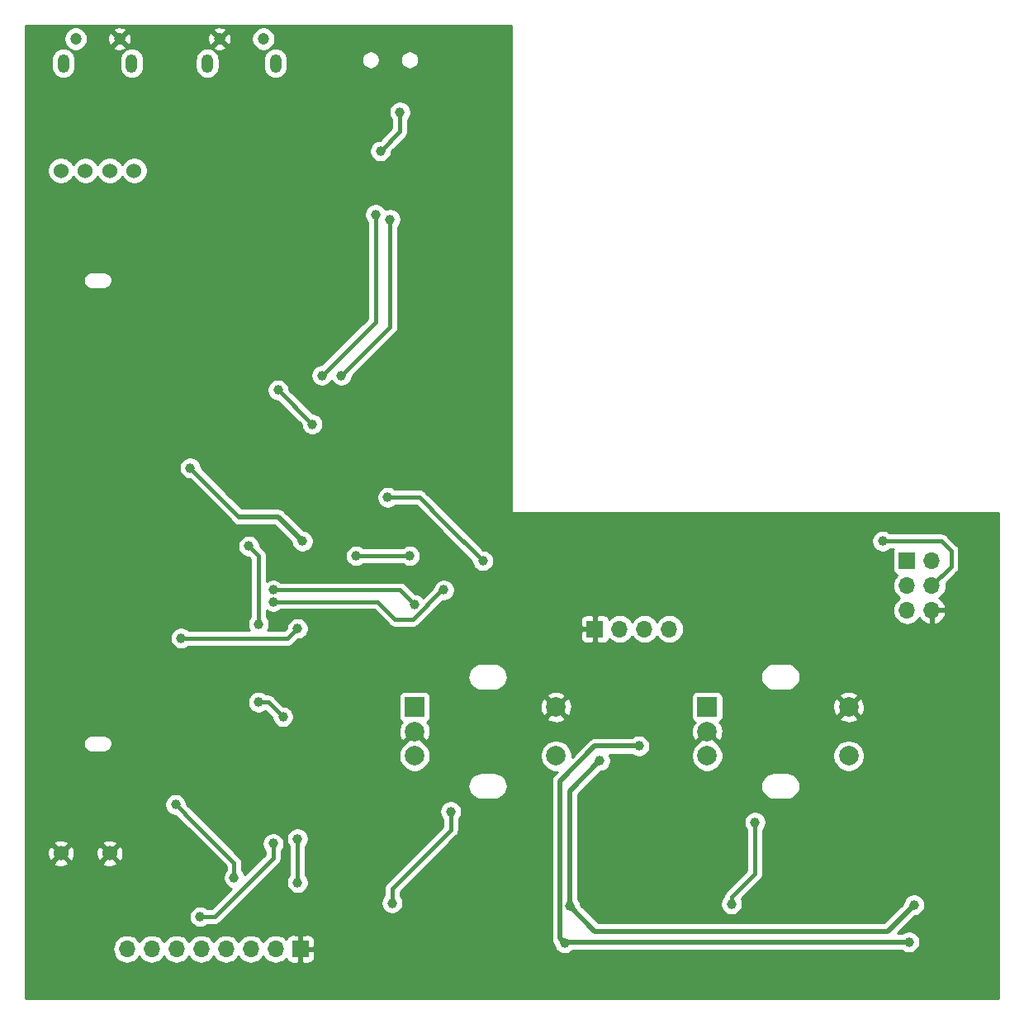
<source format=gbr>
G04 #@! TF.GenerationSoftware,KiCad,Pcbnew,(5.1.2)-2*
G04 #@! TF.CreationDate,2019-06-18T19:33:51+12:00*
G04 #@! TF.ProjectId,layout_2,6c61796f-7574-45f3-922e-6b696361645f,rev?*
G04 #@! TF.SameCoordinates,Original*
G04 #@! TF.FileFunction,Copper,L2,Bot*
G04 #@! TF.FilePolarity,Positive*
%FSLAX46Y46*%
G04 Gerber Fmt 4.6, Leading zero omitted, Abs format (unit mm)*
G04 Created by KiCad (PCBNEW (5.1.2)-2) date 2019-06-18 19:33:51*
%MOMM*%
%LPD*%
G04 APERTURE LIST*
%ADD10O,1.700000X1.700000*%
%ADD11R,1.700000X1.700000*%
%ADD12C,1.524000*%
%ADD13R,2.000000X2.000000*%
%ADD14C,2.000000*%
%ADD15C,1.200000*%
%ADD16O,1.200000X1.900000*%
%ADD17C,1.000000*%
%ADD18C,0.400000*%
%ADD19C,0.500000*%
%ADD20C,0.254000*%
G04 APERTURE END LIST*
D10*
X86720000Y-134500000D03*
X89260000Y-134500000D03*
X91800000Y-134500000D03*
X94340000Y-134500000D03*
X96880000Y-134500000D03*
X99420000Y-134500000D03*
X101960000Y-134500000D03*
D11*
X104500000Y-134500000D03*
D12*
X84950000Y-124700000D03*
X79950000Y-124700000D03*
X79950000Y-54700000D03*
X82450000Y-54700000D03*
X84950000Y-54700000D03*
X87450000Y-54700000D03*
D13*
X146200000Y-109700000D03*
D14*
X146200000Y-112200000D03*
X146200000Y-114700000D03*
X160700000Y-109700000D03*
X160700000Y-114700000D03*
D13*
X116200000Y-109700000D03*
D14*
X116200000Y-112200000D03*
X116200000Y-114700000D03*
X130700000Y-109700000D03*
X130700000Y-114700000D03*
D15*
X96200000Y-41200000D03*
D16*
X101950000Y-43700000D03*
D15*
X100700000Y-41200000D03*
D16*
X94950000Y-43700000D03*
D15*
X81450000Y-41200000D03*
D16*
X87200000Y-43700000D03*
D15*
X85950000Y-41200000D03*
D16*
X80200000Y-43700000D03*
D10*
X142320000Y-101700000D03*
X139780000Y-101700000D03*
X137240000Y-101700000D03*
D11*
X134700000Y-101700000D03*
D10*
X169240000Y-99780000D03*
X166700000Y-99780000D03*
X169240000Y-97240000D03*
X166700000Y-97240000D03*
X169240000Y-94700000D03*
D11*
X166700000Y-94700000D03*
D17*
X108700000Y-46200000D03*
X110200000Y-46200000D03*
X108700000Y-48700000D03*
X111200000Y-48700000D03*
X108700000Y-51700000D03*
X111200000Y-51200000D03*
X149200000Y-123700000D03*
X115200000Y-123700000D03*
X101700000Y-107700000D03*
X101200000Y-93200000D03*
X111200000Y-90200000D03*
X94700000Y-62700000D03*
X119200000Y-56200000D03*
X113700000Y-133950000D03*
X119700000Y-82950000D03*
X114450000Y-74700000D03*
X96500000Y-49500000D03*
X149200000Y-135700000D03*
X97700000Y-122700000D03*
X133700000Y-118700000D03*
X137700000Y-122700000D03*
X135200000Y-129200000D03*
X133700000Y-126700000D03*
X135200000Y-123700000D03*
X166200000Y-122700000D03*
X168200000Y-119700000D03*
X170200000Y-121700000D03*
X172200000Y-124200000D03*
X169700000Y-129200000D03*
X167200000Y-127700000D03*
X169200000Y-125700000D03*
X106700000Y-122700000D03*
X117200000Y-67450000D03*
X115450000Y-61950000D03*
X102200000Y-77200000D03*
X100200000Y-101200000D03*
X99200000Y-93200000D03*
X105700000Y-80700000D03*
X123200000Y-94700000D03*
X113450000Y-88200000D03*
X164200000Y-92700000D03*
X110200000Y-94200000D03*
X115700000Y-94200000D03*
X131600000Y-133900000D03*
X166900000Y-133800000D03*
X139200000Y-113700000D03*
X119200000Y-97700000D03*
X101700000Y-98900003D03*
X132100000Y-130100000D03*
X167400000Y-130000000D03*
X135200000Y-115200000D03*
X116200000Y-99200000D03*
X101700000Y-97700000D03*
X101700000Y-123700000D03*
X94200000Y-131200000D03*
X97700000Y-127200000D03*
X91700000Y-119700000D03*
X100200000Y-109200000D03*
X102700000Y-110700000D03*
X104200000Y-123200000D03*
X104200000Y-127700000D03*
X104200000Y-101650000D03*
X92250000Y-102650000D03*
X113900000Y-129800000D03*
X119900000Y-120400000D03*
X148700000Y-129900000D03*
X151100000Y-121500000D03*
X104700000Y-92700000D03*
X93200000Y-85200000D03*
X112200000Y-59200000D03*
X106700000Y-75700000D03*
X113700000Y-59700000D03*
X108700000Y-75700000D03*
X114700000Y-48700000D03*
X112700000Y-52700000D03*
D18*
X100200000Y-101200000D02*
X100200000Y-94200000D01*
X100200000Y-94200000D02*
X99200000Y-93200000D01*
X105700000Y-80700000D02*
X102200000Y-77200000D01*
X119200000Y-90700000D02*
X123200000Y-94700000D01*
X116700000Y-88200000D02*
X119200000Y-90700000D01*
X113450000Y-88200000D02*
X116700000Y-88200000D01*
X171200000Y-95280000D02*
X169240000Y-97240000D01*
X171200000Y-93700000D02*
X171200000Y-95280000D01*
X164200000Y-92700000D02*
X170200000Y-92700000D01*
X170200000Y-92700000D02*
X171200000Y-93700000D01*
X110200000Y-94200000D02*
X115700000Y-94200000D01*
D19*
X131700000Y-133800000D02*
X131600000Y-133900000D01*
X166900000Y-133800000D02*
X131700000Y-133800000D01*
X131100001Y-133400001D02*
X131100001Y-117799999D01*
X131600000Y-133900000D02*
X131100001Y-133400001D01*
X131100001Y-117799999D02*
X131100001Y-117299999D01*
X131100001Y-117299999D02*
X134700000Y-113700000D01*
X134700000Y-113700000D02*
X139200000Y-113700000D01*
D18*
X116032002Y-100700000D02*
X119032002Y-97700000D01*
X119032002Y-97700000D02*
X119200000Y-97700000D01*
X101700000Y-98900003D02*
X112400003Y-98900003D01*
X114200000Y-100700000D02*
X116032002Y-100700000D01*
X112400003Y-98900003D02*
X114200000Y-100700000D01*
D19*
X134700000Y-132700000D02*
X132100000Y-130100000D01*
X167400000Y-130000000D02*
X164700000Y-132700000D01*
X164700000Y-132700000D02*
X134700000Y-132700000D01*
X132100000Y-118300000D02*
X135200000Y-115200000D01*
X132100000Y-130100000D02*
X132100000Y-118300000D01*
D18*
X114700000Y-97700000D02*
X116200000Y-99200000D01*
X101700000Y-97700000D02*
X114700000Y-97700000D01*
X101700000Y-123700000D02*
X101700000Y-125200000D01*
X101700000Y-125200000D02*
X95700000Y-131200000D01*
X95700000Y-131200000D02*
X94200000Y-131200000D01*
X97700000Y-127200000D02*
X97700000Y-125700000D01*
X97700000Y-125700000D02*
X93700000Y-121700000D01*
X93700000Y-121700000D02*
X91700000Y-119700000D01*
X100200000Y-109200000D02*
X101200000Y-109200000D01*
X101200000Y-109200000D02*
X102700000Y-110700000D01*
X104200000Y-123200000D02*
X104200000Y-127700000D01*
X104200000Y-101650000D02*
X103200000Y-102650000D01*
X103200000Y-102650000D02*
X92250000Y-102650000D01*
X113900000Y-129800000D02*
X113900000Y-128300000D01*
X113900000Y-128300000D02*
X119900000Y-122300000D01*
X119900000Y-122300000D02*
X119900000Y-120400000D01*
X148700000Y-129192894D02*
X151100000Y-126792894D01*
X148700000Y-129900000D02*
X148700000Y-129192894D01*
X151100000Y-126792894D02*
X151100000Y-121500000D01*
D19*
X104700000Y-92700000D02*
X102200000Y-90200000D01*
X102200000Y-90200000D02*
X98200000Y-90200000D01*
D18*
X98200000Y-90200000D02*
X93200000Y-85200000D01*
X112200000Y-59200000D02*
X112200000Y-70200000D01*
X112200000Y-70200000D02*
X106700000Y-75700000D01*
X113700000Y-59700000D02*
X113700000Y-70700000D01*
X113700000Y-70700000D02*
X108700000Y-75700000D01*
X114700000Y-50700000D02*
X112700000Y-52700000D01*
X114700000Y-48700000D02*
X114700000Y-50700000D01*
D20*
G36*
X126073000Y-89700000D02*
G01*
X126075440Y-89724776D01*
X126082667Y-89748601D01*
X126094403Y-89770557D01*
X126110197Y-89789803D01*
X126129443Y-89805597D01*
X126151399Y-89817333D01*
X126175224Y-89824560D01*
X126200000Y-89827000D01*
X176073000Y-89827000D01*
X176073000Y-139573000D01*
X76327000Y-139573000D01*
X76327000Y-134500000D01*
X85227815Y-134500000D01*
X85256487Y-134791111D01*
X85341401Y-135071034D01*
X85479294Y-135329014D01*
X85664866Y-135555134D01*
X85890986Y-135740706D01*
X86148966Y-135878599D01*
X86428889Y-135963513D01*
X86647050Y-135985000D01*
X86792950Y-135985000D01*
X87011111Y-135963513D01*
X87291034Y-135878599D01*
X87549014Y-135740706D01*
X87775134Y-135555134D01*
X87960706Y-135329014D01*
X87990000Y-135274209D01*
X88019294Y-135329014D01*
X88204866Y-135555134D01*
X88430986Y-135740706D01*
X88688966Y-135878599D01*
X88968889Y-135963513D01*
X89187050Y-135985000D01*
X89332950Y-135985000D01*
X89551111Y-135963513D01*
X89831034Y-135878599D01*
X90089014Y-135740706D01*
X90315134Y-135555134D01*
X90500706Y-135329014D01*
X90530000Y-135274209D01*
X90559294Y-135329014D01*
X90744866Y-135555134D01*
X90970986Y-135740706D01*
X91228966Y-135878599D01*
X91508889Y-135963513D01*
X91727050Y-135985000D01*
X91872950Y-135985000D01*
X92091111Y-135963513D01*
X92371034Y-135878599D01*
X92629014Y-135740706D01*
X92855134Y-135555134D01*
X93040706Y-135329014D01*
X93070000Y-135274209D01*
X93099294Y-135329014D01*
X93284866Y-135555134D01*
X93510986Y-135740706D01*
X93768966Y-135878599D01*
X94048889Y-135963513D01*
X94267050Y-135985000D01*
X94412950Y-135985000D01*
X94631111Y-135963513D01*
X94911034Y-135878599D01*
X95169014Y-135740706D01*
X95395134Y-135555134D01*
X95580706Y-135329014D01*
X95610000Y-135274209D01*
X95639294Y-135329014D01*
X95824866Y-135555134D01*
X96050986Y-135740706D01*
X96308966Y-135878599D01*
X96588889Y-135963513D01*
X96807050Y-135985000D01*
X96952950Y-135985000D01*
X97171111Y-135963513D01*
X97451034Y-135878599D01*
X97709014Y-135740706D01*
X97935134Y-135555134D01*
X98120706Y-135329014D01*
X98150000Y-135274209D01*
X98179294Y-135329014D01*
X98364866Y-135555134D01*
X98590986Y-135740706D01*
X98848966Y-135878599D01*
X99128889Y-135963513D01*
X99347050Y-135985000D01*
X99492950Y-135985000D01*
X99711111Y-135963513D01*
X99991034Y-135878599D01*
X100249014Y-135740706D01*
X100475134Y-135555134D01*
X100660706Y-135329014D01*
X100690000Y-135274209D01*
X100719294Y-135329014D01*
X100904866Y-135555134D01*
X101130986Y-135740706D01*
X101388966Y-135878599D01*
X101668889Y-135963513D01*
X101887050Y-135985000D01*
X102032950Y-135985000D01*
X102251111Y-135963513D01*
X102531034Y-135878599D01*
X102789014Y-135740706D01*
X103015134Y-135555134D01*
X103039607Y-135525313D01*
X103060498Y-135594180D01*
X103119463Y-135704494D01*
X103198815Y-135801185D01*
X103295506Y-135880537D01*
X103405820Y-135939502D01*
X103525518Y-135975812D01*
X103650000Y-135988072D01*
X104214250Y-135985000D01*
X104373000Y-135826250D01*
X104373000Y-134627000D01*
X104627000Y-134627000D01*
X104627000Y-135826250D01*
X104785750Y-135985000D01*
X105350000Y-135988072D01*
X105474482Y-135975812D01*
X105594180Y-135939502D01*
X105704494Y-135880537D01*
X105801185Y-135801185D01*
X105880537Y-135704494D01*
X105939502Y-135594180D01*
X105975812Y-135474482D01*
X105988072Y-135350000D01*
X105985000Y-134785750D01*
X105826250Y-134627000D01*
X104627000Y-134627000D01*
X104373000Y-134627000D01*
X104353000Y-134627000D01*
X104353000Y-134373000D01*
X104373000Y-134373000D01*
X104373000Y-133173750D01*
X104627000Y-133173750D01*
X104627000Y-134373000D01*
X105826250Y-134373000D01*
X105985000Y-134214250D01*
X105988072Y-133650000D01*
X105975812Y-133525518D01*
X105939502Y-133405820D01*
X105880537Y-133295506D01*
X105801185Y-133198815D01*
X105704494Y-133119463D01*
X105594180Y-133060498D01*
X105474482Y-133024188D01*
X105350000Y-133011928D01*
X104785750Y-133015000D01*
X104627000Y-133173750D01*
X104373000Y-133173750D01*
X104214250Y-133015000D01*
X103650000Y-133011928D01*
X103525518Y-133024188D01*
X103405820Y-133060498D01*
X103295506Y-133119463D01*
X103198815Y-133198815D01*
X103119463Y-133295506D01*
X103060498Y-133405820D01*
X103039607Y-133474687D01*
X103015134Y-133444866D01*
X102789014Y-133259294D01*
X102531034Y-133121401D01*
X102251111Y-133036487D01*
X102032950Y-133015000D01*
X101887050Y-133015000D01*
X101668889Y-133036487D01*
X101388966Y-133121401D01*
X101130986Y-133259294D01*
X100904866Y-133444866D01*
X100719294Y-133670986D01*
X100690000Y-133725791D01*
X100660706Y-133670986D01*
X100475134Y-133444866D01*
X100249014Y-133259294D01*
X99991034Y-133121401D01*
X99711111Y-133036487D01*
X99492950Y-133015000D01*
X99347050Y-133015000D01*
X99128889Y-133036487D01*
X98848966Y-133121401D01*
X98590986Y-133259294D01*
X98364866Y-133444866D01*
X98179294Y-133670986D01*
X98150000Y-133725791D01*
X98120706Y-133670986D01*
X97935134Y-133444866D01*
X97709014Y-133259294D01*
X97451034Y-133121401D01*
X97171111Y-133036487D01*
X96952950Y-133015000D01*
X96807050Y-133015000D01*
X96588889Y-133036487D01*
X96308966Y-133121401D01*
X96050986Y-133259294D01*
X95824866Y-133444866D01*
X95639294Y-133670986D01*
X95610000Y-133725791D01*
X95580706Y-133670986D01*
X95395134Y-133444866D01*
X95169014Y-133259294D01*
X94911034Y-133121401D01*
X94631111Y-133036487D01*
X94412950Y-133015000D01*
X94267050Y-133015000D01*
X94048889Y-133036487D01*
X93768966Y-133121401D01*
X93510986Y-133259294D01*
X93284866Y-133444866D01*
X93099294Y-133670986D01*
X93070000Y-133725791D01*
X93040706Y-133670986D01*
X92855134Y-133444866D01*
X92629014Y-133259294D01*
X92371034Y-133121401D01*
X92091111Y-133036487D01*
X91872950Y-133015000D01*
X91727050Y-133015000D01*
X91508889Y-133036487D01*
X91228966Y-133121401D01*
X90970986Y-133259294D01*
X90744866Y-133444866D01*
X90559294Y-133670986D01*
X90530000Y-133725791D01*
X90500706Y-133670986D01*
X90315134Y-133444866D01*
X90089014Y-133259294D01*
X89831034Y-133121401D01*
X89551111Y-133036487D01*
X89332950Y-133015000D01*
X89187050Y-133015000D01*
X88968889Y-133036487D01*
X88688966Y-133121401D01*
X88430986Y-133259294D01*
X88204866Y-133444866D01*
X88019294Y-133670986D01*
X87990000Y-133725791D01*
X87960706Y-133670986D01*
X87775134Y-133444866D01*
X87549014Y-133259294D01*
X87291034Y-133121401D01*
X87011111Y-133036487D01*
X86792950Y-133015000D01*
X86647050Y-133015000D01*
X86428889Y-133036487D01*
X86148966Y-133121401D01*
X85890986Y-133259294D01*
X85664866Y-133444866D01*
X85479294Y-133670986D01*
X85341401Y-133928966D01*
X85256487Y-134208889D01*
X85227815Y-134500000D01*
X76327000Y-134500000D01*
X76327000Y-125665565D01*
X79164040Y-125665565D01*
X79231020Y-125905656D01*
X79480048Y-126022756D01*
X79747135Y-126089023D01*
X80022017Y-126101910D01*
X80294133Y-126060922D01*
X80553023Y-125967636D01*
X80668980Y-125905656D01*
X80735960Y-125665565D01*
X84164040Y-125665565D01*
X84231020Y-125905656D01*
X84480048Y-126022756D01*
X84747135Y-126089023D01*
X85022017Y-126101910D01*
X85294133Y-126060922D01*
X85553023Y-125967636D01*
X85668980Y-125905656D01*
X85735960Y-125665565D01*
X84950000Y-124879605D01*
X84164040Y-125665565D01*
X80735960Y-125665565D01*
X79950000Y-124879605D01*
X79164040Y-125665565D01*
X76327000Y-125665565D01*
X76327000Y-124772017D01*
X78548090Y-124772017D01*
X78589078Y-125044133D01*
X78682364Y-125303023D01*
X78744344Y-125418980D01*
X78984435Y-125485960D01*
X79770395Y-124700000D01*
X80129605Y-124700000D01*
X80915565Y-125485960D01*
X81155656Y-125418980D01*
X81272756Y-125169952D01*
X81339023Y-124902865D01*
X81345157Y-124772017D01*
X83548090Y-124772017D01*
X83589078Y-125044133D01*
X83682364Y-125303023D01*
X83744344Y-125418980D01*
X83984435Y-125485960D01*
X84770395Y-124700000D01*
X85129605Y-124700000D01*
X85915565Y-125485960D01*
X86155656Y-125418980D01*
X86272756Y-125169952D01*
X86339023Y-124902865D01*
X86351910Y-124627983D01*
X86310922Y-124355867D01*
X86217636Y-124096977D01*
X86155656Y-123981020D01*
X85915565Y-123914040D01*
X85129605Y-124700000D01*
X84770395Y-124700000D01*
X83984435Y-123914040D01*
X83744344Y-123981020D01*
X83627244Y-124230048D01*
X83560977Y-124497135D01*
X83548090Y-124772017D01*
X81345157Y-124772017D01*
X81351910Y-124627983D01*
X81310922Y-124355867D01*
X81217636Y-124096977D01*
X81155656Y-123981020D01*
X80915565Y-123914040D01*
X80129605Y-124700000D01*
X79770395Y-124700000D01*
X78984435Y-123914040D01*
X78744344Y-123981020D01*
X78627244Y-124230048D01*
X78560977Y-124497135D01*
X78548090Y-124772017D01*
X76327000Y-124772017D01*
X76327000Y-123734435D01*
X79164040Y-123734435D01*
X79950000Y-124520395D01*
X80735960Y-123734435D01*
X84164040Y-123734435D01*
X84950000Y-124520395D01*
X85735960Y-123734435D01*
X85668980Y-123494344D01*
X85419952Y-123377244D01*
X85152865Y-123310977D01*
X84877983Y-123298090D01*
X84605867Y-123339078D01*
X84346977Y-123432364D01*
X84231020Y-123494344D01*
X84164040Y-123734435D01*
X80735960Y-123734435D01*
X80668980Y-123494344D01*
X80419952Y-123377244D01*
X80152865Y-123310977D01*
X79877983Y-123298090D01*
X79605867Y-123339078D01*
X79346977Y-123432364D01*
X79231020Y-123494344D01*
X79164040Y-123734435D01*
X76327000Y-123734435D01*
X76327000Y-119588212D01*
X90565000Y-119588212D01*
X90565000Y-119811788D01*
X90608617Y-120031067D01*
X90694176Y-120237624D01*
X90818388Y-120423520D01*
X90976480Y-120581612D01*
X91162376Y-120705824D01*
X91368933Y-120791383D01*
X91588212Y-120835000D01*
X91654133Y-120835000D01*
X93138570Y-122319438D01*
X96865001Y-126045869D01*
X96865001Y-126429867D01*
X96818388Y-126476480D01*
X96694176Y-126662376D01*
X96608617Y-126868933D01*
X96565000Y-127088212D01*
X96565000Y-127311788D01*
X96608617Y-127531067D01*
X96694176Y-127737624D01*
X96818388Y-127923520D01*
X96976480Y-128081612D01*
X97162376Y-128205824D01*
X97368933Y-128291383D01*
X97417991Y-128301141D01*
X95354133Y-130365000D01*
X94970132Y-130365000D01*
X94923520Y-130318388D01*
X94737624Y-130194176D01*
X94531067Y-130108617D01*
X94311788Y-130065000D01*
X94088212Y-130065000D01*
X93868933Y-130108617D01*
X93662376Y-130194176D01*
X93476480Y-130318388D01*
X93318388Y-130476480D01*
X93194176Y-130662376D01*
X93108617Y-130868933D01*
X93065000Y-131088212D01*
X93065000Y-131311788D01*
X93108617Y-131531067D01*
X93194176Y-131737624D01*
X93318388Y-131923520D01*
X93476480Y-132081612D01*
X93662376Y-132205824D01*
X93868933Y-132291383D01*
X94088212Y-132335000D01*
X94311788Y-132335000D01*
X94531067Y-132291383D01*
X94737624Y-132205824D01*
X94923520Y-132081612D01*
X94970132Y-132035000D01*
X95658982Y-132035000D01*
X95700000Y-132039040D01*
X95741018Y-132035000D01*
X95741019Y-132035000D01*
X95863689Y-132022918D01*
X96021087Y-131975172D01*
X96166146Y-131897636D01*
X96293291Y-131793291D01*
X96319446Y-131761421D01*
X98392655Y-129688212D01*
X112765000Y-129688212D01*
X112765000Y-129911788D01*
X112808617Y-130131067D01*
X112894176Y-130337624D01*
X113018388Y-130523520D01*
X113176480Y-130681612D01*
X113362376Y-130805824D01*
X113568933Y-130891383D01*
X113788212Y-130935000D01*
X114011788Y-130935000D01*
X114231067Y-130891383D01*
X114437624Y-130805824D01*
X114623520Y-130681612D01*
X114781612Y-130523520D01*
X114905824Y-130337624D01*
X114991383Y-130131067D01*
X115035000Y-129911788D01*
X115035000Y-129688212D01*
X114991383Y-129468933D01*
X114905824Y-129262376D01*
X114781612Y-129076480D01*
X114735000Y-129029868D01*
X114735000Y-128645867D01*
X120461428Y-122919440D01*
X120493291Y-122893291D01*
X120597636Y-122766146D01*
X120675172Y-122621087D01*
X120722918Y-122463689D01*
X120735000Y-122341019D01*
X120735000Y-122341009D01*
X120739039Y-122300001D01*
X120735000Y-122258993D01*
X120735000Y-121170132D01*
X120781612Y-121123520D01*
X120905824Y-120937624D01*
X120991383Y-120731067D01*
X121035000Y-120511788D01*
X121035000Y-120288212D01*
X120991383Y-120068933D01*
X120905824Y-119862376D01*
X120781612Y-119676480D01*
X120623520Y-119518388D01*
X120437624Y-119394176D01*
X120231067Y-119308617D01*
X120011788Y-119265000D01*
X119788212Y-119265000D01*
X119568933Y-119308617D01*
X119362376Y-119394176D01*
X119176480Y-119518388D01*
X119018388Y-119676480D01*
X118894176Y-119862376D01*
X118808617Y-120068933D01*
X118765000Y-120288212D01*
X118765000Y-120511788D01*
X118808617Y-120731067D01*
X118894176Y-120937624D01*
X119018388Y-121123520D01*
X119065001Y-121170133D01*
X119065000Y-121954132D01*
X113338574Y-127680559D01*
X113306710Y-127706709D01*
X113280562Y-127738571D01*
X113202364Y-127833855D01*
X113124828Y-127978914D01*
X113077082Y-128136312D01*
X113060960Y-128300000D01*
X113065001Y-128341028D01*
X113065001Y-129029867D01*
X113018388Y-129076480D01*
X112894176Y-129262376D01*
X112808617Y-129468933D01*
X112765000Y-129688212D01*
X98392655Y-129688212D01*
X102261427Y-125819441D01*
X102293291Y-125793291D01*
X102397636Y-125666146D01*
X102475172Y-125521087D01*
X102522918Y-125363689D01*
X102535000Y-125241019D01*
X102535000Y-125241009D01*
X102539039Y-125200001D01*
X102535000Y-125158993D01*
X102535000Y-124470132D01*
X102581612Y-124423520D01*
X102705824Y-124237624D01*
X102791383Y-124031067D01*
X102835000Y-123811788D01*
X102835000Y-123588212D01*
X102791383Y-123368933D01*
X102705824Y-123162376D01*
X102656270Y-123088212D01*
X103065000Y-123088212D01*
X103065000Y-123311788D01*
X103108617Y-123531067D01*
X103194176Y-123737624D01*
X103318388Y-123923520D01*
X103365000Y-123970132D01*
X103365001Y-126929867D01*
X103318388Y-126976480D01*
X103194176Y-127162376D01*
X103108617Y-127368933D01*
X103065000Y-127588212D01*
X103065000Y-127811788D01*
X103108617Y-128031067D01*
X103194176Y-128237624D01*
X103318388Y-128423520D01*
X103476480Y-128581612D01*
X103662376Y-128705824D01*
X103868933Y-128791383D01*
X104088212Y-128835000D01*
X104311788Y-128835000D01*
X104531067Y-128791383D01*
X104737624Y-128705824D01*
X104923520Y-128581612D01*
X105081612Y-128423520D01*
X105205824Y-128237624D01*
X105291383Y-128031067D01*
X105335000Y-127811788D01*
X105335000Y-127588212D01*
X105291383Y-127368933D01*
X105205824Y-127162376D01*
X105081612Y-126976480D01*
X105035000Y-126929868D01*
X105035000Y-123970132D01*
X105081612Y-123923520D01*
X105205824Y-123737624D01*
X105291383Y-123531067D01*
X105335000Y-123311788D01*
X105335000Y-123088212D01*
X105291383Y-122868933D01*
X105205824Y-122662376D01*
X105081612Y-122476480D01*
X104923520Y-122318388D01*
X104737624Y-122194176D01*
X104531067Y-122108617D01*
X104311788Y-122065000D01*
X104088212Y-122065000D01*
X103868933Y-122108617D01*
X103662376Y-122194176D01*
X103476480Y-122318388D01*
X103318388Y-122476480D01*
X103194176Y-122662376D01*
X103108617Y-122868933D01*
X103065000Y-123088212D01*
X102656270Y-123088212D01*
X102581612Y-122976480D01*
X102423520Y-122818388D01*
X102237624Y-122694176D01*
X102031067Y-122608617D01*
X101811788Y-122565000D01*
X101588212Y-122565000D01*
X101368933Y-122608617D01*
X101162376Y-122694176D01*
X100976480Y-122818388D01*
X100818388Y-122976480D01*
X100694176Y-123162376D01*
X100608617Y-123368933D01*
X100565000Y-123588212D01*
X100565000Y-123811788D01*
X100608617Y-124031067D01*
X100694176Y-124237624D01*
X100818388Y-124423520D01*
X100865001Y-124470133D01*
X100865001Y-124854131D01*
X98801141Y-126917991D01*
X98791383Y-126868933D01*
X98705824Y-126662376D01*
X98581612Y-126476480D01*
X98535000Y-126429868D01*
X98535000Y-125741015D01*
X98539040Y-125699999D01*
X98535000Y-125658981D01*
X98522918Y-125536311D01*
X98475172Y-125378913D01*
X98397636Y-125233854D01*
X98293291Y-125106709D01*
X98261427Y-125080559D01*
X94319438Y-121138570D01*
X92835000Y-119654133D01*
X92835000Y-119588212D01*
X92791383Y-119368933D01*
X92705824Y-119162376D01*
X92581612Y-118976480D01*
X92423520Y-118818388D01*
X92237624Y-118694176D01*
X92031067Y-118608617D01*
X91811788Y-118565000D01*
X91588212Y-118565000D01*
X91368933Y-118608617D01*
X91162376Y-118694176D01*
X90976480Y-118818388D01*
X90818388Y-118976480D01*
X90694176Y-119162376D01*
X90608617Y-119368933D01*
X90565000Y-119588212D01*
X76327000Y-119588212D01*
X76327000Y-117800000D01*
X121658299Y-117800000D01*
X121685040Y-118071507D01*
X121764236Y-118332581D01*
X121892843Y-118573188D01*
X122065919Y-118784081D01*
X122276812Y-118957157D01*
X122517419Y-119085764D01*
X122778493Y-119164960D01*
X122981963Y-119185000D01*
X124418037Y-119185000D01*
X124621507Y-119164960D01*
X124882581Y-119085764D01*
X125123188Y-118957157D01*
X125334081Y-118784081D01*
X125507157Y-118573188D01*
X125635764Y-118332581D01*
X125714960Y-118071507D01*
X125741701Y-117800000D01*
X125714960Y-117528493D01*
X125635764Y-117267419D01*
X125507157Y-117026812D01*
X125334081Y-116815919D01*
X125123188Y-116642843D01*
X124882581Y-116514236D01*
X124621507Y-116435040D01*
X124418037Y-116415000D01*
X122981963Y-116415000D01*
X122778493Y-116435040D01*
X122517419Y-116514236D01*
X122276812Y-116642843D01*
X122065919Y-116815919D01*
X121892843Y-117026812D01*
X121764236Y-117267419D01*
X121685040Y-117528493D01*
X121658299Y-117800000D01*
X76327000Y-117800000D01*
X76327000Y-114538967D01*
X114565000Y-114538967D01*
X114565000Y-114861033D01*
X114627832Y-115176912D01*
X114751082Y-115474463D01*
X114930013Y-115742252D01*
X115157748Y-115969987D01*
X115425537Y-116148918D01*
X115723088Y-116272168D01*
X116038967Y-116335000D01*
X116361033Y-116335000D01*
X116676912Y-116272168D01*
X116974463Y-116148918D01*
X117242252Y-115969987D01*
X117469987Y-115742252D01*
X117648918Y-115474463D01*
X117772168Y-115176912D01*
X117835000Y-114861033D01*
X117835000Y-114538967D01*
X129065000Y-114538967D01*
X129065000Y-114861033D01*
X129127832Y-115176912D01*
X129251082Y-115474463D01*
X129430013Y-115742252D01*
X129657748Y-115969987D01*
X129925537Y-116148918D01*
X130223088Y-116272168D01*
X130538967Y-116335000D01*
X130813422Y-116335000D01*
X130504952Y-116643470D01*
X130471185Y-116671182D01*
X130443472Y-116704950D01*
X130443469Y-116704953D01*
X130360591Y-116805940D01*
X130278412Y-116959686D01*
X130227806Y-117126509D01*
X130215001Y-117256522D01*
X130215001Y-117256530D01*
X130210720Y-117299999D01*
X130215001Y-117343468D01*
X130215001Y-117843475D01*
X130215002Y-117843485D01*
X130215001Y-133356532D01*
X130210720Y-133400001D01*
X130215001Y-133443470D01*
X130215001Y-133443477D01*
X130222694Y-133521588D01*
X130227806Y-133573491D01*
X130232596Y-133589281D01*
X130278412Y-133740313D01*
X130360590Y-133894059D01*
X130467493Y-134024320D01*
X130508617Y-134231067D01*
X130594176Y-134437624D01*
X130718388Y-134623520D01*
X130876480Y-134781612D01*
X131062376Y-134905824D01*
X131268933Y-134991383D01*
X131488212Y-135035000D01*
X131711788Y-135035000D01*
X131931067Y-134991383D01*
X132137624Y-134905824D01*
X132323520Y-134781612D01*
X132420132Y-134685000D01*
X166181550Y-134685000D01*
X166362376Y-134805824D01*
X166568933Y-134891383D01*
X166788212Y-134935000D01*
X167011788Y-134935000D01*
X167231067Y-134891383D01*
X167437624Y-134805824D01*
X167623520Y-134681612D01*
X167781612Y-134523520D01*
X167905824Y-134337624D01*
X167991383Y-134131067D01*
X168035000Y-133911788D01*
X168035000Y-133688212D01*
X167991383Y-133468933D01*
X167905824Y-133262376D01*
X167781612Y-133076480D01*
X167623520Y-132918388D01*
X167437624Y-132794176D01*
X167231067Y-132708617D01*
X167011788Y-132665000D01*
X166788212Y-132665000D01*
X166568933Y-132708617D01*
X166362376Y-132794176D01*
X166181550Y-132915000D01*
X165736578Y-132915000D01*
X167517768Y-131133810D01*
X167731067Y-131091383D01*
X167937624Y-131005824D01*
X168123520Y-130881612D01*
X168281612Y-130723520D01*
X168405824Y-130537624D01*
X168491383Y-130331067D01*
X168535000Y-130111788D01*
X168535000Y-129888212D01*
X168491383Y-129668933D01*
X168405824Y-129462376D01*
X168281612Y-129276480D01*
X168123520Y-129118388D01*
X167937624Y-128994176D01*
X167731067Y-128908617D01*
X167511788Y-128865000D01*
X167288212Y-128865000D01*
X167068933Y-128908617D01*
X166862376Y-128994176D01*
X166676480Y-129118388D01*
X166518388Y-129276480D01*
X166394176Y-129462376D01*
X166308617Y-129668933D01*
X166266190Y-129882232D01*
X164333422Y-131815000D01*
X135066579Y-131815000D01*
X133233811Y-129982232D01*
X133195218Y-129788212D01*
X147565000Y-129788212D01*
X147565000Y-130011788D01*
X147608617Y-130231067D01*
X147694176Y-130437624D01*
X147818388Y-130623520D01*
X147976480Y-130781612D01*
X148162376Y-130905824D01*
X148368933Y-130991383D01*
X148588212Y-131035000D01*
X148811788Y-131035000D01*
X149031067Y-130991383D01*
X149237624Y-130905824D01*
X149423520Y-130781612D01*
X149581612Y-130623520D01*
X149705824Y-130437624D01*
X149791383Y-130231067D01*
X149835000Y-130011788D01*
X149835000Y-129788212D01*
X149791383Y-129568933D01*
X149707453Y-129366308D01*
X151661433Y-127412330D01*
X151693291Y-127386185D01*
X151797636Y-127259040D01*
X151875172Y-127113981D01*
X151922918Y-126956583D01*
X151935000Y-126833913D01*
X151935000Y-126833912D01*
X151939040Y-126792894D01*
X151935000Y-126751876D01*
X151935000Y-122270132D01*
X151981612Y-122223520D01*
X152105824Y-122037624D01*
X152191383Y-121831067D01*
X152235000Y-121611788D01*
X152235000Y-121388212D01*
X152191383Y-121168933D01*
X152105824Y-120962376D01*
X151981612Y-120776480D01*
X151823520Y-120618388D01*
X151637624Y-120494176D01*
X151431067Y-120408617D01*
X151211788Y-120365000D01*
X150988212Y-120365000D01*
X150768933Y-120408617D01*
X150562376Y-120494176D01*
X150376480Y-120618388D01*
X150218388Y-120776480D01*
X150094176Y-120962376D01*
X150008617Y-121168933D01*
X149965000Y-121388212D01*
X149965000Y-121611788D01*
X150008617Y-121831067D01*
X150094176Y-122037624D01*
X150218388Y-122223520D01*
X150265001Y-122270133D01*
X150265000Y-126447025D01*
X148138574Y-128573453D01*
X148106710Y-128599603D01*
X148080562Y-128631465D01*
X148002364Y-128726749D01*
X147924828Y-128871808D01*
X147910380Y-128919438D01*
X147880364Y-129018388D01*
X147877082Y-129029206D01*
X147867404Y-129127464D01*
X147818388Y-129176480D01*
X147694176Y-129362376D01*
X147608617Y-129568933D01*
X147565000Y-129788212D01*
X133195218Y-129788212D01*
X133191383Y-129768933D01*
X133105824Y-129562376D01*
X132985000Y-129381550D01*
X132985000Y-118666578D01*
X133851578Y-117800000D01*
X151658299Y-117800000D01*
X151685040Y-118071507D01*
X151764236Y-118332581D01*
X151892843Y-118573188D01*
X152065919Y-118784081D01*
X152276812Y-118957157D01*
X152517419Y-119085764D01*
X152778493Y-119164960D01*
X152981963Y-119185000D01*
X154418037Y-119185000D01*
X154621507Y-119164960D01*
X154882581Y-119085764D01*
X155123188Y-118957157D01*
X155334081Y-118784081D01*
X155507157Y-118573188D01*
X155635764Y-118332581D01*
X155714960Y-118071507D01*
X155741701Y-117800000D01*
X155714960Y-117528493D01*
X155635764Y-117267419D01*
X155507157Y-117026812D01*
X155334081Y-116815919D01*
X155123188Y-116642843D01*
X154882581Y-116514236D01*
X154621507Y-116435040D01*
X154418037Y-116415000D01*
X152981963Y-116415000D01*
X152778493Y-116435040D01*
X152517419Y-116514236D01*
X152276812Y-116642843D01*
X152065919Y-116815919D01*
X151892843Y-117026812D01*
X151764236Y-117267419D01*
X151685040Y-117528493D01*
X151658299Y-117800000D01*
X133851578Y-117800000D01*
X135317768Y-116333810D01*
X135531067Y-116291383D01*
X135737624Y-116205824D01*
X135923520Y-116081612D01*
X136081612Y-115923520D01*
X136205824Y-115737624D01*
X136291383Y-115531067D01*
X136335000Y-115311788D01*
X136335000Y-115088212D01*
X136291383Y-114868933D01*
X136205824Y-114662376D01*
X136154123Y-114585000D01*
X138481550Y-114585000D01*
X138662376Y-114705824D01*
X138868933Y-114791383D01*
X139088212Y-114835000D01*
X139311788Y-114835000D01*
X139531067Y-114791383D01*
X139737624Y-114705824D01*
X139923520Y-114581612D01*
X139966165Y-114538967D01*
X144565000Y-114538967D01*
X144565000Y-114861033D01*
X144627832Y-115176912D01*
X144751082Y-115474463D01*
X144930013Y-115742252D01*
X145157748Y-115969987D01*
X145425537Y-116148918D01*
X145723088Y-116272168D01*
X146038967Y-116335000D01*
X146361033Y-116335000D01*
X146676912Y-116272168D01*
X146974463Y-116148918D01*
X147242252Y-115969987D01*
X147469987Y-115742252D01*
X147648918Y-115474463D01*
X147772168Y-115176912D01*
X147835000Y-114861033D01*
X147835000Y-114538967D01*
X159065000Y-114538967D01*
X159065000Y-114861033D01*
X159127832Y-115176912D01*
X159251082Y-115474463D01*
X159430013Y-115742252D01*
X159657748Y-115969987D01*
X159925537Y-116148918D01*
X160223088Y-116272168D01*
X160538967Y-116335000D01*
X160861033Y-116335000D01*
X161176912Y-116272168D01*
X161474463Y-116148918D01*
X161742252Y-115969987D01*
X161969987Y-115742252D01*
X162148918Y-115474463D01*
X162272168Y-115176912D01*
X162335000Y-114861033D01*
X162335000Y-114538967D01*
X162272168Y-114223088D01*
X162148918Y-113925537D01*
X161969987Y-113657748D01*
X161742252Y-113430013D01*
X161474463Y-113251082D01*
X161176912Y-113127832D01*
X160861033Y-113065000D01*
X160538967Y-113065000D01*
X160223088Y-113127832D01*
X159925537Y-113251082D01*
X159657748Y-113430013D01*
X159430013Y-113657748D01*
X159251082Y-113925537D01*
X159127832Y-114223088D01*
X159065000Y-114538967D01*
X147835000Y-114538967D01*
X147772168Y-114223088D01*
X147648918Y-113925537D01*
X147469987Y-113657748D01*
X147242252Y-113430013D01*
X147145065Y-113365075D01*
X147155808Y-113335413D01*
X146200000Y-112379605D01*
X145244192Y-113335413D01*
X145254935Y-113365075D01*
X145157748Y-113430013D01*
X144930013Y-113657748D01*
X144751082Y-113925537D01*
X144627832Y-114223088D01*
X144565000Y-114538967D01*
X139966165Y-114538967D01*
X140081612Y-114423520D01*
X140205824Y-114237624D01*
X140291383Y-114031067D01*
X140335000Y-113811788D01*
X140335000Y-113588212D01*
X140291383Y-113368933D01*
X140205824Y-113162376D01*
X140081612Y-112976480D01*
X139923520Y-112818388D01*
X139737624Y-112694176D01*
X139531067Y-112608617D01*
X139311788Y-112565000D01*
X139088212Y-112565000D01*
X138868933Y-112608617D01*
X138662376Y-112694176D01*
X138481550Y-112815000D01*
X134743465Y-112815000D01*
X134699999Y-112810719D01*
X134656533Y-112815000D01*
X134656523Y-112815000D01*
X134526510Y-112827805D01*
X134359687Y-112878411D01*
X134205941Y-112960589D01*
X134205939Y-112960590D01*
X134205940Y-112960590D01*
X134104953Y-113043468D01*
X134104951Y-113043470D01*
X134071183Y-113071183D01*
X134043470Y-113104951D01*
X132335000Y-114813421D01*
X132335000Y-114538967D01*
X132272168Y-114223088D01*
X132148918Y-113925537D01*
X131969987Y-113657748D01*
X131742252Y-113430013D01*
X131474463Y-113251082D01*
X131176912Y-113127832D01*
X130861033Y-113065000D01*
X130538967Y-113065000D01*
X130223088Y-113127832D01*
X129925537Y-113251082D01*
X129657748Y-113430013D01*
X129430013Y-113657748D01*
X129251082Y-113925537D01*
X129127832Y-114223088D01*
X129065000Y-114538967D01*
X117835000Y-114538967D01*
X117772168Y-114223088D01*
X117648918Y-113925537D01*
X117469987Y-113657748D01*
X117242252Y-113430013D01*
X117145065Y-113365075D01*
X117155808Y-113335413D01*
X116200000Y-112379605D01*
X115244192Y-113335413D01*
X115254935Y-113365075D01*
X115157748Y-113430013D01*
X114930013Y-113657748D01*
X114751082Y-113925537D01*
X114627832Y-114223088D01*
X114565000Y-114538967D01*
X76327000Y-114538967D01*
X76327000Y-113450000D01*
X82210718Y-113450000D01*
X82227805Y-113623490D01*
X82278411Y-113790313D01*
X82360589Y-113944059D01*
X82471183Y-114078817D01*
X82605941Y-114189411D01*
X82759687Y-114271589D01*
X82926510Y-114322195D01*
X83056523Y-114335000D01*
X84343477Y-114335000D01*
X84473490Y-114322195D01*
X84640313Y-114271589D01*
X84794059Y-114189411D01*
X84928817Y-114078817D01*
X85039411Y-113944059D01*
X85121589Y-113790313D01*
X85172195Y-113623490D01*
X85189282Y-113450000D01*
X85172195Y-113276510D01*
X85121589Y-113109687D01*
X85039411Y-112955941D01*
X84928817Y-112821183D01*
X84794059Y-112710589D01*
X84640313Y-112628411D01*
X84473490Y-112577805D01*
X84343477Y-112565000D01*
X83056523Y-112565000D01*
X82926510Y-112577805D01*
X82759687Y-112628411D01*
X82605941Y-112710589D01*
X82471183Y-112821183D01*
X82360589Y-112955941D01*
X82278411Y-113109687D01*
X82227805Y-113276510D01*
X82210718Y-113450000D01*
X76327000Y-113450000D01*
X76327000Y-112262595D01*
X114558282Y-112262595D01*
X114602039Y-112581675D01*
X114707205Y-112886088D01*
X114800186Y-113060044D01*
X115064587Y-113155808D01*
X116020395Y-112200000D01*
X116006253Y-112185858D01*
X116185858Y-112006253D01*
X116200000Y-112020395D01*
X116214143Y-112006253D01*
X116393748Y-112185858D01*
X116379605Y-112200000D01*
X117335413Y-113155808D01*
X117599814Y-113060044D01*
X117740704Y-112770429D01*
X117822384Y-112458892D01*
X117834189Y-112262595D01*
X144558282Y-112262595D01*
X144602039Y-112581675D01*
X144707205Y-112886088D01*
X144800186Y-113060044D01*
X145064587Y-113155808D01*
X146020395Y-112200000D01*
X146006253Y-112185858D01*
X146185858Y-112006253D01*
X146200000Y-112020395D01*
X146214143Y-112006253D01*
X146393748Y-112185858D01*
X146379605Y-112200000D01*
X147335413Y-113155808D01*
X147599814Y-113060044D01*
X147740704Y-112770429D01*
X147822384Y-112458892D01*
X147841718Y-112137405D01*
X147797961Y-111818325D01*
X147692795Y-111513912D01*
X147599814Y-111339956D01*
X147450777Y-111285976D01*
X147554494Y-111230537D01*
X147651185Y-111151185D01*
X147730537Y-111054494D01*
X147789502Y-110944180D01*
X147822496Y-110835413D01*
X159744192Y-110835413D01*
X159839956Y-111099814D01*
X160129571Y-111240704D01*
X160441108Y-111322384D01*
X160762595Y-111341718D01*
X161081675Y-111297961D01*
X161386088Y-111192795D01*
X161560044Y-111099814D01*
X161655808Y-110835413D01*
X160700000Y-109879605D01*
X159744192Y-110835413D01*
X147822496Y-110835413D01*
X147825812Y-110824482D01*
X147838072Y-110700000D01*
X147838072Y-109762595D01*
X159058282Y-109762595D01*
X159102039Y-110081675D01*
X159207205Y-110386088D01*
X159300186Y-110560044D01*
X159564587Y-110655808D01*
X160520395Y-109700000D01*
X160879605Y-109700000D01*
X161835413Y-110655808D01*
X162099814Y-110560044D01*
X162240704Y-110270429D01*
X162322384Y-109958892D01*
X162341718Y-109637405D01*
X162297961Y-109318325D01*
X162192795Y-109013912D01*
X162099814Y-108839956D01*
X161835413Y-108744192D01*
X160879605Y-109700000D01*
X160520395Y-109700000D01*
X159564587Y-108744192D01*
X159300186Y-108839956D01*
X159159296Y-109129571D01*
X159077616Y-109441108D01*
X159058282Y-109762595D01*
X147838072Y-109762595D01*
X147838072Y-108700000D01*
X147825812Y-108575518D01*
X147822497Y-108564587D01*
X159744192Y-108564587D01*
X160700000Y-109520395D01*
X161655808Y-108564587D01*
X161560044Y-108300186D01*
X161270429Y-108159296D01*
X160958892Y-108077616D01*
X160637405Y-108058282D01*
X160318325Y-108102039D01*
X160013912Y-108207205D01*
X159839956Y-108300186D01*
X159744192Y-108564587D01*
X147822497Y-108564587D01*
X147789502Y-108455820D01*
X147730537Y-108345506D01*
X147651185Y-108248815D01*
X147554494Y-108169463D01*
X147444180Y-108110498D01*
X147324482Y-108074188D01*
X147200000Y-108061928D01*
X145200000Y-108061928D01*
X145075518Y-108074188D01*
X144955820Y-108110498D01*
X144845506Y-108169463D01*
X144748815Y-108248815D01*
X144669463Y-108345506D01*
X144610498Y-108455820D01*
X144574188Y-108575518D01*
X144561928Y-108700000D01*
X144561928Y-110700000D01*
X144574188Y-110824482D01*
X144610498Y-110944180D01*
X144669463Y-111054494D01*
X144748815Y-111151185D01*
X144845506Y-111230537D01*
X144949223Y-111285976D01*
X144800186Y-111339956D01*
X144659296Y-111629571D01*
X144577616Y-111941108D01*
X144558282Y-112262595D01*
X117834189Y-112262595D01*
X117841718Y-112137405D01*
X117797961Y-111818325D01*
X117692795Y-111513912D01*
X117599814Y-111339956D01*
X117450777Y-111285976D01*
X117554494Y-111230537D01*
X117651185Y-111151185D01*
X117730537Y-111054494D01*
X117789502Y-110944180D01*
X117822496Y-110835413D01*
X129744192Y-110835413D01*
X129839956Y-111099814D01*
X130129571Y-111240704D01*
X130441108Y-111322384D01*
X130762595Y-111341718D01*
X131081675Y-111297961D01*
X131386088Y-111192795D01*
X131560044Y-111099814D01*
X131655808Y-110835413D01*
X130700000Y-109879605D01*
X129744192Y-110835413D01*
X117822496Y-110835413D01*
X117825812Y-110824482D01*
X117838072Y-110700000D01*
X117838072Y-109762595D01*
X129058282Y-109762595D01*
X129102039Y-110081675D01*
X129207205Y-110386088D01*
X129300186Y-110560044D01*
X129564587Y-110655808D01*
X130520395Y-109700000D01*
X130879605Y-109700000D01*
X131835413Y-110655808D01*
X132099814Y-110560044D01*
X132240704Y-110270429D01*
X132322384Y-109958892D01*
X132341718Y-109637405D01*
X132297961Y-109318325D01*
X132192795Y-109013912D01*
X132099814Y-108839956D01*
X131835413Y-108744192D01*
X130879605Y-109700000D01*
X130520395Y-109700000D01*
X129564587Y-108744192D01*
X129300186Y-108839956D01*
X129159296Y-109129571D01*
X129077616Y-109441108D01*
X129058282Y-109762595D01*
X117838072Y-109762595D01*
X117838072Y-108700000D01*
X117825812Y-108575518D01*
X117822497Y-108564587D01*
X129744192Y-108564587D01*
X130700000Y-109520395D01*
X131655808Y-108564587D01*
X131560044Y-108300186D01*
X131270429Y-108159296D01*
X130958892Y-108077616D01*
X130637405Y-108058282D01*
X130318325Y-108102039D01*
X130013912Y-108207205D01*
X129839956Y-108300186D01*
X129744192Y-108564587D01*
X117822497Y-108564587D01*
X117789502Y-108455820D01*
X117730537Y-108345506D01*
X117651185Y-108248815D01*
X117554494Y-108169463D01*
X117444180Y-108110498D01*
X117324482Y-108074188D01*
X117200000Y-108061928D01*
X115200000Y-108061928D01*
X115075518Y-108074188D01*
X114955820Y-108110498D01*
X114845506Y-108169463D01*
X114748815Y-108248815D01*
X114669463Y-108345506D01*
X114610498Y-108455820D01*
X114574188Y-108575518D01*
X114561928Y-108700000D01*
X114561928Y-110700000D01*
X114574188Y-110824482D01*
X114610498Y-110944180D01*
X114669463Y-111054494D01*
X114748815Y-111151185D01*
X114845506Y-111230537D01*
X114949223Y-111285976D01*
X114800186Y-111339956D01*
X114659296Y-111629571D01*
X114577616Y-111941108D01*
X114558282Y-112262595D01*
X76327000Y-112262595D01*
X76327000Y-109088212D01*
X99065000Y-109088212D01*
X99065000Y-109311788D01*
X99108617Y-109531067D01*
X99194176Y-109737624D01*
X99318388Y-109923520D01*
X99476480Y-110081612D01*
X99662376Y-110205824D01*
X99868933Y-110291383D01*
X100088212Y-110335000D01*
X100311788Y-110335000D01*
X100531067Y-110291383D01*
X100737624Y-110205824D01*
X100909867Y-110090734D01*
X101565000Y-110745868D01*
X101565000Y-110811788D01*
X101608617Y-111031067D01*
X101694176Y-111237624D01*
X101818388Y-111423520D01*
X101976480Y-111581612D01*
X102162376Y-111705824D01*
X102368933Y-111791383D01*
X102588212Y-111835000D01*
X102811788Y-111835000D01*
X103031067Y-111791383D01*
X103237624Y-111705824D01*
X103423520Y-111581612D01*
X103581612Y-111423520D01*
X103705824Y-111237624D01*
X103791383Y-111031067D01*
X103835000Y-110811788D01*
X103835000Y-110588212D01*
X103791383Y-110368933D01*
X103705824Y-110162376D01*
X103581612Y-109976480D01*
X103423520Y-109818388D01*
X103237624Y-109694176D01*
X103031067Y-109608617D01*
X102811788Y-109565000D01*
X102745868Y-109565000D01*
X101819446Y-108638579D01*
X101793291Y-108606709D01*
X101666146Y-108502364D01*
X101521087Y-108424828D01*
X101363689Y-108377082D01*
X101241019Y-108365000D01*
X101241018Y-108365000D01*
X101200000Y-108360960D01*
X101158982Y-108365000D01*
X100970132Y-108365000D01*
X100923520Y-108318388D01*
X100737624Y-108194176D01*
X100531067Y-108108617D01*
X100311788Y-108065000D01*
X100088212Y-108065000D01*
X99868933Y-108108617D01*
X99662376Y-108194176D01*
X99476480Y-108318388D01*
X99318388Y-108476480D01*
X99194176Y-108662376D01*
X99108617Y-108868933D01*
X99065000Y-109088212D01*
X76327000Y-109088212D01*
X76327000Y-106600000D01*
X121658299Y-106600000D01*
X121685040Y-106871507D01*
X121764236Y-107132581D01*
X121892843Y-107373188D01*
X122065919Y-107584081D01*
X122276812Y-107757157D01*
X122517419Y-107885764D01*
X122778493Y-107964960D01*
X122981963Y-107985000D01*
X124418037Y-107985000D01*
X124621507Y-107964960D01*
X124882581Y-107885764D01*
X125123188Y-107757157D01*
X125334081Y-107584081D01*
X125507157Y-107373188D01*
X125635764Y-107132581D01*
X125714960Y-106871507D01*
X125741701Y-106600000D01*
X151658299Y-106600000D01*
X151685040Y-106871507D01*
X151764236Y-107132581D01*
X151892843Y-107373188D01*
X152065919Y-107584081D01*
X152276812Y-107757157D01*
X152517419Y-107885764D01*
X152778493Y-107964960D01*
X152981963Y-107985000D01*
X154418037Y-107985000D01*
X154621507Y-107964960D01*
X154882581Y-107885764D01*
X155123188Y-107757157D01*
X155334081Y-107584081D01*
X155507157Y-107373188D01*
X155635764Y-107132581D01*
X155714960Y-106871507D01*
X155741701Y-106600000D01*
X155714960Y-106328493D01*
X155635764Y-106067419D01*
X155507157Y-105826812D01*
X155334081Y-105615919D01*
X155123188Y-105442843D01*
X154882581Y-105314236D01*
X154621507Y-105235040D01*
X154418037Y-105215000D01*
X152981963Y-105215000D01*
X152778493Y-105235040D01*
X152517419Y-105314236D01*
X152276812Y-105442843D01*
X152065919Y-105615919D01*
X151892843Y-105826812D01*
X151764236Y-106067419D01*
X151685040Y-106328493D01*
X151658299Y-106600000D01*
X125741701Y-106600000D01*
X125714960Y-106328493D01*
X125635764Y-106067419D01*
X125507157Y-105826812D01*
X125334081Y-105615919D01*
X125123188Y-105442843D01*
X124882581Y-105314236D01*
X124621507Y-105235040D01*
X124418037Y-105215000D01*
X122981963Y-105215000D01*
X122778493Y-105235040D01*
X122517419Y-105314236D01*
X122276812Y-105442843D01*
X122065919Y-105615919D01*
X121892843Y-105826812D01*
X121764236Y-106067419D01*
X121685040Y-106328493D01*
X121658299Y-106600000D01*
X76327000Y-106600000D01*
X76327000Y-102538212D01*
X91115000Y-102538212D01*
X91115000Y-102761788D01*
X91158617Y-102981067D01*
X91244176Y-103187624D01*
X91368388Y-103373520D01*
X91526480Y-103531612D01*
X91712376Y-103655824D01*
X91918933Y-103741383D01*
X92138212Y-103785000D01*
X92361788Y-103785000D01*
X92581067Y-103741383D01*
X92787624Y-103655824D01*
X92973520Y-103531612D01*
X93020132Y-103485000D01*
X103158982Y-103485000D01*
X103200000Y-103489040D01*
X103241018Y-103485000D01*
X103241019Y-103485000D01*
X103363689Y-103472918D01*
X103521087Y-103425172D01*
X103666146Y-103347636D01*
X103793291Y-103243291D01*
X103819445Y-103211422D01*
X104245868Y-102785000D01*
X104311788Y-102785000D01*
X104531067Y-102741383D01*
X104737624Y-102655824D01*
X104896000Y-102550000D01*
X133211928Y-102550000D01*
X133224188Y-102674482D01*
X133260498Y-102794180D01*
X133319463Y-102904494D01*
X133398815Y-103001185D01*
X133495506Y-103080537D01*
X133605820Y-103139502D01*
X133725518Y-103175812D01*
X133850000Y-103188072D01*
X134414250Y-103185000D01*
X134573000Y-103026250D01*
X134573000Y-101827000D01*
X133373750Y-101827000D01*
X133215000Y-101985750D01*
X133211928Y-102550000D01*
X104896000Y-102550000D01*
X104923520Y-102531612D01*
X105081612Y-102373520D01*
X105205824Y-102187624D01*
X105291383Y-101981067D01*
X105335000Y-101761788D01*
X105335000Y-101538212D01*
X105291383Y-101318933D01*
X105205824Y-101112376D01*
X105081612Y-100926480D01*
X104923520Y-100768388D01*
X104737624Y-100644176D01*
X104531067Y-100558617D01*
X104311788Y-100515000D01*
X104088212Y-100515000D01*
X103868933Y-100558617D01*
X103662376Y-100644176D01*
X103476480Y-100768388D01*
X103318388Y-100926480D01*
X103194176Y-101112376D01*
X103108617Y-101318933D01*
X103065000Y-101538212D01*
X103065000Y-101604132D01*
X102854132Y-101815000D01*
X101154123Y-101815000D01*
X101205824Y-101737624D01*
X101291383Y-101531067D01*
X101335000Y-101311788D01*
X101335000Y-101088212D01*
X101291383Y-100868933D01*
X101205824Y-100662376D01*
X101081612Y-100476480D01*
X101035000Y-100429868D01*
X101035000Y-99820717D01*
X101162376Y-99905827D01*
X101368933Y-99991386D01*
X101588212Y-100035003D01*
X101811788Y-100035003D01*
X102031067Y-99991386D01*
X102237624Y-99905827D01*
X102423520Y-99781615D01*
X102470132Y-99735003D01*
X112054136Y-99735003D01*
X113580559Y-101261427D01*
X113606709Y-101293291D01*
X113733854Y-101397636D01*
X113878913Y-101475172D01*
X114036311Y-101522918D01*
X114199999Y-101539040D01*
X114241018Y-101535000D01*
X115990984Y-101535000D01*
X116032002Y-101539040D01*
X116073020Y-101535000D01*
X116073021Y-101535000D01*
X116195691Y-101522918D01*
X116353089Y-101475172D01*
X116498148Y-101397636D01*
X116625293Y-101293291D01*
X116651448Y-101261421D01*
X117062869Y-100850000D01*
X133211928Y-100850000D01*
X133215000Y-101414250D01*
X133373750Y-101573000D01*
X134573000Y-101573000D01*
X134573000Y-100373750D01*
X134827000Y-100373750D01*
X134827000Y-101573000D01*
X134847000Y-101573000D01*
X134847000Y-101827000D01*
X134827000Y-101827000D01*
X134827000Y-103026250D01*
X134985750Y-103185000D01*
X135550000Y-103188072D01*
X135674482Y-103175812D01*
X135794180Y-103139502D01*
X135904494Y-103080537D01*
X136001185Y-103001185D01*
X136080537Y-102904494D01*
X136139502Y-102794180D01*
X136160393Y-102725313D01*
X136184866Y-102755134D01*
X136410986Y-102940706D01*
X136668966Y-103078599D01*
X136948889Y-103163513D01*
X137167050Y-103185000D01*
X137312950Y-103185000D01*
X137531111Y-103163513D01*
X137811034Y-103078599D01*
X138069014Y-102940706D01*
X138295134Y-102755134D01*
X138480706Y-102529014D01*
X138510000Y-102474209D01*
X138539294Y-102529014D01*
X138724866Y-102755134D01*
X138950986Y-102940706D01*
X139208966Y-103078599D01*
X139488889Y-103163513D01*
X139707050Y-103185000D01*
X139852950Y-103185000D01*
X140071111Y-103163513D01*
X140351034Y-103078599D01*
X140609014Y-102940706D01*
X140835134Y-102755134D01*
X141020706Y-102529014D01*
X141050000Y-102474209D01*
X141079294Y-102529014D01*
X141264866Y-102755134D01*
X141490986Y-102940706D01*
X141748966Y-103078599D01*
X142028889Y-103163513D01*
X142247050Y-103185000D01*
X142392950Y-103185000D01*
X142611111Y-103163513D01*
X142891034Y-103078599D01*
X143149014Y-102940706D01*
X143375134Y-102755134D01*
X143560706Y-102529014D01*
X143698599Y-102271034D01*
X143783513Y-101991111D01*
X143812185Y-101700000D01*
X143783513Y-101408889D01*
X143698599Y-101128966D01*
X143560706Y-100870986D01*
X143375134Y-100644866D01*
X143149014Y-100459294D01*
X142891034Y-100321401D01*
X142611111Y-100236487D01*
X142392950Y-100215000D01*
X142247050Y-100215000D01*
X142028889Y-100236487D01*
X141748966Y-100321401D01*
X141490986Y-100459294D01*
X141264866Y-100644866D01*
X141079294Y-100870986D01*
X141050000Y-100925791D01*
X141020706Y-100870986D01*
X140835134Y-100644866D01*
X140609014Y-100459294D01*
X140351034Y-100321401D01*
X140071111Y-100236487D01*
X139852950Y-100215000D01*
X139707050Y-100215000D01*
X139488889Y-100236487D01*
X139208966Y-100321401D01*
X138950986Y-100459294D01*
X138724866Y-100644866D01*
X138539294Y-100870986D01*
X138510000Y-100925791D01*
X138480706Y-100870986D01*
X138295134Y-100644866D01*
X138069014Y-100459294D01*
X137811034Y-100321401D01*
X137531111Y-100236487D01*
X137312950Y-100215000D01*
X137167050Y-100215000D01*
X136948889Y-100236487D01*
X136668966Y-100321401D01*
X136410986Y-100459294D01*
X136184866Y-100644866D01*
X136160393Y-100674687D01*
X136139502Y-100605820D01*
X136080537Y-100495506D01*
X136001185Y-100398815D01*
X135904494Y-100319463D01*
X135794180Y-100260498D01*
X135674482Y-100224188D01*
X135550000Y-100211928D01*
X134985750Y-100215000D01*
X134827000Y-100373750D01*
X134573000Y-100373750D01*
X134414250Y-100215000D01*
X133850000Y-100211928D01*
X133725518Y-100224188D01*
X133605820Y-100260498D01*
X133495506Y-100319463D01*
X133398815Y-100398815D01*
X133319463Y-100495506D01*
X133260498Y-100605820D01*
X133224188Y-100725518D01*
X133211928Y-100850000D01*
X117062869Y-100850000D01*
X119079586Y-98833284D01*
X119088212Y-98835000D01*
X119311788Y-98835000D01*
X119531067Y-98791383D01*
X119737624Y-98705824D01*
X119923520Y-98581612D01*
X120081612Y-98423520D01*
X120205824Y-98237624D01*
X120291383Y-98031067D01*
X120335000Y-97811788D01*
X120335000Y-97588212D01*
X120291383Y-97368933D01*
X120205824Y-97162376D01*
X120081612Y-96976480D01*
X119923520Y-96818388D01*
X119737624Y-96694176D01*
X119531067Y-96608617D01*
X119311788Y-96565000D01*
X119088212Y-96565000D01*
X118868933Y-96608617D01*
X118662376Y-96694176D01*
X118476480Y-96818388D01*
X118318388Y-96976480D01*
X118194176Y-97162376D01*
X118108617Y-97368933D01*
X118090346Y-97460787D01*
X117078133Y-98473001D01*
X116923520Y-98318388D01*
X116737624Y-98194176D01*
X116531067Y-98108617D01*
X116311788Y-98065000D01*
X116245868Y-98065000D01*
X115319446Y-97138579D01*
X115293291Y-97106709D01*
X115166146Y-97002364D01*
X115021087Y-96924828D01*
X114863689Y-96877082D01*
X114741019Y-96865000D01*
X114741018Y-96865000D01*
X114700000Y-96860960D01*
X114658982Y-96865000D01*
X102470132Y-96865000D01*
X102423520Y-96818388D01*
X102237624Y-96694176D01*
X102031067Y-96608617D01*
X101811788Y-96565000D01*
X101588212Y-96565000D01*
X101368933Y-96608617D01*
X101162376Y-96694176D01*
X101035000Y-96779286D01*
X101035000Y-94241018D01*
X101039040Y-94200000D01*
X101028030Y-94088212D01*
X109065000Y-94088212D01*
X109065000Y-94311788D01*
X109108617Y-94531067D01*
X109194176Y-94737624D01*
X109318388Y-94923520D01*
X109476480Y-95081612D01*
X109662376Y-95205824D01*
X109868933Y-95291383D01*
X110088212Y-95335000D01*
X110311788Y-95335000D01*
X110531067Y-95291383D01*
X110737624Y-95205824D01*
X110923520Y-95081612D01*
X110970132Y-95035000D01*
X114929868Y-95035000D01*
X114976480Y-95081612D01*
X115162376Y-95205824D01*
X115368933Y-95291383D01*
X115588212Y-95335000D01*
X115811788Y-95335000D01*
X116031067Y-95291383D01*
X116237624Y-95205824D01*
X116423520Y-95081612D01*
X116581612Y-94923520D01*
X116705824Y-94737624D01*
X116791383Y-94531067D01*
X116835000Y-94311788D01*
X116835000Y-94088212D01*
X116791383Y-93868933D01*
X116705824Y-93662376D01*
X116581612Y-93476480D01*
X116423520Y-93318388D01*
X116237624Y-93194176D01*
X116031067Y-93108617D01*
X115811788Y-93065000D01*
X115588212Y-93065000D01*
X115368933Y-93108617D01*
X115162376Y-93194176D01*
X114976480Y-93318388D01*
X114929868Y-93365000D01*
X110970132Y-93365000D01*
X110923520Y-93318388D01*
X110737624Y-93194176D01*
X110531067Y-93108617D01*
X110311788Y-93065000D01*
X110088212Y-93065000D01*
X109868933Y-93108617D01*
X109662376Y-93194176D01*
X109476480Y-93318388D01*
X109318388Y-93476480D01*
X109194176Y-93662376D01*
X109108617Y-93868933D01*
X109065000Y-94088212D01*
X101028030Y-94088212D01*
X101022918Y-94036312D01*
X101018300Y-94021086D01*
X100975172Y-93878913D01*
X100897636Y-93733854D01*
X100836190Y-93658982D01*
X100819439Y-93638570D01*
X100819437Y-93638568D01*
X100793291Y-93606709D01*
X100761432Y-93580563D01*
X100335000Y-93154132D01*
X100335000Y-93088212D01*
X100291383Y-92868933D01*
X100205824Y-92662376D01*
X100081612Y-92476480D01*
X99923520Y-92318388D01*
X99737624Y-92194176D01*
X99531067Y-92108617D01*
X99311788Y-92065000D01*
X99088212Y-92065000D01*
X98868933Y-92108617D01*
X98662376Y-92194176D01*
X98476480Y-92318388D01*
X98318388Y-92476480D01*
X98194176Y-92662376D01*
X98108617Y-92868933D01*
X98065000Y-93088212D01*
X98065000Y-93311788D01*
X98108617Y-93531067D01*
X98194176Y-93737624D01*
X98318388Y-93923520D01*
X98476480Y-94081612D01*
X98662376Y-94205824D01*
X98868933Y-94291383D01*
X99088212Y-94335000D01*
X99154132Y-94335000D01*
X99365001Y-94545869D01*
X99365000Y-100429868D01*
X99318388Y-100476480D01*
X99194176Y-100662376D01*
X99108617Y-100868933D01*
X99065000Y-101088212D01*
X99065000Y-101311788D01*
X99108617Y-101531067D01*
X99194176Y-101737624D01*
X99245877Y-101815000D01*
X93020132Y-101815000D01*
X92973520Y-101768388D01*
X92787624Y-101644176D01*
X92581067Y-101558617D01*
X92361788Y-101515000D01*
X92138212Y-101515000D01*
X91918933Y-101558617D01*
X91712376Y-101644176D01*
X91526480Y-101768388D01*
X91368388Y-101926480D01*
X91244176Y-102112376D01*
X91158617Y-102318933D01*
X91115000Y-102538212D01*
X76327000Y-102538212D01*
X76327000Y-85088212D01*
X92065000Y-85088212D01*
X92065000Y-85311788D01*
X92108617Y-85531067D01*
X92194176Y-85737624D01*
X92318388Y-85923520D01*
X92476480Y-86081612D01*
X92662376Y-86205824D01*
X92868933Y-86291383D01*
X93088212Y-86335000D01*
X93154133Y-86335000D01*
X97400190Y-90581059D01*
X97460589Y-90694059D01*
X97571183Y-90828817D01*
X97705941Y-90939411D01*
X97859687Y-91021589D01*
X98026510Y-91072195D01*
X98156523Y-91085000D01*
X101833422Y-91085000D01*
X103566190Y-92817768D01*
X103608617Y-93031067D01*
X103694176Y-93237624D01*
X103818388Y-93423520D01*
X103976480Y-93581612D01*
X104162376Y-93705824D01*
X104368933Y-93791383D01*
X104588212Y-93835000D01*
X104811788Y-93835000D01*
X105031067Y-93791383D01*
X105237624Y-93705824D01*
X105423520Y-93581612D01*
X105581612Y-93423520D01*
X105705824Y-93237624D01*
X105791383Y-93031067D01*
X105835000Y-92811788D01*
X105835000Y-92588212D01*
X105791383Y-92368933D01*
X105705824Y-92162376D01*
X105581612Y-91976480D01*
X105423520Y-91818388D01*
X105237624Y-91694176D01*
X105031067Y-91608617D01*
X104817768Y-91566190D01*
X102856534Y-89604956D01*
X102828817Y-89571183D01*
X102694059Y-89460589D01*
X102540313Y-89378411D01*
X102373490Y-89327805D01*
X102243477Y-89315000D01*
X102243469Y-89315000D01*
X102200000Y-89310719D01*
X102156531Y-89315000D01*
X98495869Y-89315000D01*
X97269081Y-88088212D01*
X112315000Y-88088212D01*
X112315000Y-88311788D01*
X112358617Y-88531067D01*
X112444176Y-88737624D01*
X112568388Y-88923520D01*
X112726480Y-89081612D01*
X112912376Y-89205824D01*
X113118933Y-89291383D01*
X113338212Y-89335000D01*
X113561788Y-89335000D01*
X113781067Y-89291383D01*
X113987624Y-89205824D01*
X114173520Y-89081612D01*
X114220132Y-89035000D01*
X116354133Y-89035000D01*
X118638570Y-91319439D01*
X118638581Y-91319448D01*
X122065000Y-94745868D01*
X122065000Y-94811788D01*
X122108617Y-95031067D01*
X122194176Y-95237624D01*
X122318388Y-95423520D01*
X122476480Y-95581612D01*
X122662376Y-95705824D01*
X122868933Y-95791383D01*
X123088212Y-95835000D01*
X123311788Y-95835000D01*
X123531067Y-95791383D01*
X123737624Y-95705824D01*
X123923520Y-95581612D01*
X124081612Y-95423520D01*
X124205824Y-95237624D01*
X124291383Y-95031067D01*
X124335000Y-94811788D01*
X124335000Y-94588212D01*
X124291383Y-94368933D01*
X124205824Y-94162376D01*
X124081612Y-93976480D01*
X123923520Y-93818388D01*
X123737624Y-93694176D01*
X123531067Y-93608617D01*
X123311788Y-93565000D01*
X123245868Y-93565000D01*
X122269080Y-92588212D01*
X163065000Y-92588212D01*
X163065000Y-92811788D01*
X163108617Y-93031067D01*
X163194176Y-93237624D01*
X163318388Y-93423520D01*
X163476480Y-93581612D01*
X163662376Y-93705824D01*
X163868933Y-93791383D01*
X164088212Y-93835000D01*
X164311788Y-93835000D01*
X164531067Y-93791383D01*
X164737624Y-93705824D01*
X164923520Y-93581612D01*
X164970132Y-93535000D01*
X165298353Y-93535000D01*
X165260498Y-93605820D01*
X165224188Y-93725518D01*
X165211928Y-93850000D01*
X165211928Y-95550000D01*
X165224188Y-95674482D01*
X165260498Y-95794180D01*
X165319463Y-95904494D01*
X165398815Y-96001185D01*
X165495506Y-96080537D01*
X165605820Y-96139502D01*
X165674687Y-96160393D01*
X165644866Y-96184866D01*
X165459294Y-96410986D01*
X165321401Y-96668966D01*
X165236487Y-96948889D01*
X165207815Y-97240000D01*
X165236487Y-97531111D01*
X165321401Y-97811034D01*
X165459294Y-98069014D01*
X165644866Y-98295134D01*
X165870986Y-98480706D01*
X165925791Y-98510000D01*
X165870986Y-98539294D01*
X165644866Y-98724866D01*
X165459294Y-98950986D01*
X165321401Y-99208966D01*
X165236487Y-99488889D01*
X165207815Y-99780000D01*
X165236487Y-100071111D01*
X165321401Y-100351034D01*
X165459294Y-100609014D01*
X165644866Y-100835134D01*
X165870986Y-101020706D01*
X166128966Y-101158599D01*
X166408889Y-101243513D01*
X166627050Y-101265000D01*
X166772950Y-101265000D01*
X166991111Y-101243513D01*
X167271034Y-101158599D01*
X167529014Y-101020706D01*
X167755134Y-100835134D01*
X167940706Y-100609014D01*
X167971584Y-100551244D01*
X168142412Y-100780269D01*
X168358645Y-100975178D01*
X168608748Y-101124157D01*
X168883109Y-101221481D01*
X169113000Y-101100814D01*
X169113000Y-99907000D01*
X169367000Y-99907000D01*
X169367000Y-101100814D01*
X169596891Y-101221481D01*
X169871252Y-101124157D01*
X170121355Y-100975178D01*
X170337588Y-100780269D01*
X170511641Y-100546920D01*
X170636825Y-100284099D01*
X170681476Y-100136890D01*
X170560155Y-99907000D01*
X169367000Y-99907000D01*
X169113000Y-99907000D01*
X169093000Y-99907000D01*
X169093000Y-99653000D01*
X169113000Y-99653000D01*
X169113000Y-99633000D01*
X169367000Y-99633000D01*
X169367000Y-99653000D01*
X170560155Y-99653000D01*
X170681476Y-99423110D01*
X170636825Y-99275901D01*
X170511641Y-99013080D01*
X170337588Y-98779731D01*
X170121355Y-98584822D01*
X170004477Y-98515201D01*
X170069014Y-98480706D01*
X170295134Y-98295134D01*
X170480706Y-98069014D01*
X170618599Y-97811034D01*
X170703513Y-97531111D01*
X170732185Y-97240000D01*
X170704272Y-96956596D01*
X171761432Y-95899437D01*
X171793291Y-95873291D01*
X171897636Y-95746146D01*
X171975172Y-95601087D01*
X172022918Y-95443689D01*
X172035000Y-95321019D01*
X172035000Y-95321018D01*
X172039040Y-95280000D01*
X172035000Y-95238982D01*
X172035000Y-93741018D01*
X172039040Y-93700000D01*
X172032990Y-93638570D01*
X172022918Y-93536311D01*
X171975172Y-93378913D01*
X171897636Y-93233854D01*
X171793291Y-93106709D01*
X171761433Y-93080564D01*
X170819445Y-92138578D01*
X170793291Y-92106709D01*
X170666146Y-92002364D01*
X170521087Y-91924828D01*
X170363689Y-91877082D01*
X170241019Y-91865000D01*
X170241018Y-91865000D01*
X170200000Y-91860960D01*
X170158982Y-91865000D01*
X164970132Y-91865000D01*
X164923520Y-91818388D01*
X164737624Y-91694176D01*
X164531067Y-91608617D01*
X164311788Y-91565000D01*
X164088212Y-91565000D01*
X163868933Y-91608617D01*
X163662376Y-91694176D01*
X163476480Y-91818388D01*
X163318388Y-91976480D01*
X163194176Y-92162376D01*
X163108617Y-92368933D01*
X163065000Y-92588212D01*
X122269080Y-92588212D01*
X119819448Y-90138581D01*
X119819439Y-90138570D01*
X117319446Y-87638579D01*
X117293291Y-87606709D01*
X117166146Y-87502364D01*
X117021087Y-87424828D01*
X116863689Y-87377082D01*
X116741019Y-87365000D01*
X116741018Y-87365000D01*
X116700000Y-87360960D01*
X116658982Y-87365000D01*
X114220132Y-87365000D01*
X114173520Y-87318388D01*
X113987624Y-87194176D01*
X113781067Y-87108617D01*
X113561788Y-87065000D01*
X113338212Y-87065000D01*
X113118933Y-87108617D01*
X112912376Y-87194176D01*
X112726480Y-87318388D01*
X112568388Y-87476480D01*
X112444176Y-87662376D01*
X112358617Y-87868933D01*
X112315000Y-88088212D01*
X97269081Y-88088212D01*
X94335000Y-85154133D01*
X94335000Y-85088212D01*
X94291383Y-84868933D01*
X94205824Y-84662376D01*
X94081612Y-84476480D01*
X93923520Y-84318388D01*
X93737624Y-84194176D01*
X93531067Y-84108617D01*
X93311788Y-84065000D01*
X93088212Y-84065000D01*
X92868933Y-84108617D01*
X92662376Y-84194176D01*
X92476480Y-84318388D01*
X92318388Y-84476480D01*
X92194176Y-84662376D01*
X92108617Y-84868933D01*
X92065000Y-85088212D01*
X76327000Y-85088212D01*
X76327000Y-77088212D01*
X101065000Y-77088212D01*
X101065000Y-77311788D01*
X101108617Y-77531067D01*
X101194176Y-77737624D01*
X101318388Y-77923520D01*
X101476480Y-78081612D01*
X101662376Y-78205824D01*
X101868933Y-78291383D01*
X102088212Y-78335000D01*
X102154133Y-78335000D01*
X104565000Y-80745868D01*
X104565000Y-80811788D01*
X104608617Y-81031067D01*
X104694176Y-81237624D01*
X104818388Y-81423520D01*
X104976480Y-81581612D01*
X105162376Y-81705824D01*
X105368933Y-81791383D01*
X105588212Y-81835000D01*
X105811788Y-81835000D01*
X106031067Y-81791383D01*
X106237624Y-81705824D01*
X106423520Y-81581612D01*
X106581612Y-81423520D01*
X106705824Y-81237624D01*
X106791383Y-81031067D01*
X106835000Y-80811788D01*
X106835000Y-80588212D01*
X106791383Y-80368933D01*
X106705824Y-80162376D01*
X106581612Y-79976480D01*
X106423520Y-79818388D01*
X106237624Y-79694176D01*
X106031067Y-79608617D01*
X105811788Y-79565000D01*
X105745868Y-79565000D01*
X103335000Y-77154133D01*
X103335000Y-77088212D01*
X103291383Y-76868933D01*
X103205824Y-76662376D01*
X103081612Y-76476480D01*
X102923520Y-76318388D01*
X102737624Y-76194176D01*
X102531067Y-76108617D01*
X102311788Y-76065000D01*
X102088212Y-76065000D01*
X101868933Y-76108617D01*
X101662376Y-76194176D01*
X101476480Y-76318388D01*
X101318388Y-76476480D01*
X101194176Y-76662376D01*
X101108617Y-76868933D01*
X101065000Y-77088212D01*
X76327000Y-77088212D01*
X76327000Y-75588212D01*
X105565000Y-75588212D01*
X105565000Y-75811788D01*
X105608617Y-76031067D01*
X105694176Y-76237624D01*
X105818388Y-76423520D01*
X105976480Y-76581612D01*
X106162376Y-76705824D01*
X106368933Y-76791383D01*
X106588212Y-76835000D01*
X106811788Y-76835000D01*
X107031067Y-76791383D01*
X107237624Y-76705824D01*
X107423520Y-76581612D01*
X107581612Y-76423520D01*
X107700000Y-76246340D01*
X107818388Y-76423520D01*
X107976480Y-76581612D01*
X108162376Y-76705824D01*
X108368933Y-76791383D01*
X108588212Y-76835000D01*
X108811788Y-76835000D01*
X109031067Y-76791383D01*
X109237624Y-76705824D01*
X109423520Y-76581612D01*
X109581612Y-76423520D01*
X109705824Y-76237624D01*
X109791383Y-76031067D01*
X109835000Y-75811788D01*
X109835000Y-75745867D01*
X114261432Y-71319437D01*
X114293291Y-71293291D01*
X114397636Y-71166146D01*
X114475172Y-71021087D01*
X114522918Y-70863689D01*
X114535000Y-70741019D01*
X114539040Y-70700000D01*
X114535000Y-70658982D01*
X114535000Y-60470132D01*
X114581612Y-60423520D01*
X114705824Y-60237624D01*
X114791383Y-60031067D01*
X114835000Y-59811788D01*
X114835000Y-59588212D01*
X114791383Y-59368933D01*
X114705824Y-59162376D01*
X114581612Y-58976480D01*
X114423520Y-58818388D01*
X114237624Y-58694176D01*
X114031067Y-58608617D01*
X113811788Y-58565000D01*
X113588212Y-58565000D01*
X113368933Y-58608617D01*
X113210704Y-58674158D01*
X113205824Y-58662376D01*
X113081612Y-58476480D01*
X112923520Y-58318388D01*
X112737624Y-58194176D01*
X112531067Y-58108617D01*
X112311788Y-58065000D01*
X112088212Y-58065000D01*
X111868933Y-58108617D01*
X111662376Y-58194176D01*
X111476480Y-58318388D01*
X111318388Y-58476480D01*
X111194176Y-58662376D01*
X111108617Y-58868933D01*
X111065000Y-59088212D01*
X111065000Y-59311788D01*
X111108617Y-59531067D01*
X111194176Y-59737624D01*
X111318388Y-59923520D01*
X111365000Y-59970132D01*
X111365001Y-69854130D01*
X106654133Y-74565000D01*
X106588212Y-74565000D01*
X106368933Y-74608617D01*
X106162376Y-74694176D01*
X105976480Y-74818388D01*
X105818388Y-74976480D01*
X105694176Y-75162376D01*
X105608617Y-75368933D01*
X105565000Y-75588212D01*
X76327000Y-75588212D01*
X76327000Y-65950000D01*
X82210718Y-65950000D01*
X82227805Y-66123490D01*
X82278411Y-66290313D01*
X82360589Y-66444059D01*
X82471183Y-66578817D01*
X82605941Y-66689411D01*
X82759687Y-66771589D01*
X82926510Y-66822195D01*
X83056523Y-66835000D01*
X84343477Y-66835000D01*
X84473490Y-66822195D01*
X84640313Y-66771589D01*
X84794059Y-66689411D01*
X84928817Y-66578817D01*
X85039411Y-66444059D01*
X85121589Y-66290313D01*
X85172195Y-66123490D01*
X85189282Y-65950000D01*
X85172195Y-65776510D01*
X85121589Y-65609687D01*
X85039411Y-65455941D01*
X84928817Y-65321183D01*
X84794059Y-65210589D01*
X84640313Y-65128411D01*
X84473490Y-65077805D01*
X84343477Y-65065000D01*
X83056523Y-65065000D01*
X82926510Y-65077805D01*
X82759687Y-65128411D01*
X82605941Y-65210589D01*
X82471183Y-65321183D01*
X82360589Y-65455941D01*
X82278411Y-65609687D01*
X82227805Y-65776510D01*
X82210718Y-65950000D01*
X76327000Y-65950000D01*
X76327000Y-54562408D01*
X78553000Y-54562408D01*
X78553000Y-54837592D01*
X78606686Y-55107490D01*
X78711995Y-55361727D01*
X78864880Y-55590535D01*
X79059465Y-55785120D01*
X79288273Y-55938005D01*
X79542510Y-56043314D01*
X79812408Y-56097000D01*
X80087592Y-56097000D01*
X80357490Y-56043314D01*
X80611727Y-55938005D01*
X80840535Y-55785120D01*
X81035120Y-55590535D01*
X81188005Y-55361727D01*
X81200000Y-55332769D01*
X81211995Y-55361727D01*
X81364880Y-55590535D01*
X81559465Y-55785120D01*
X81788273Y-55938005D01*
X82042510Y-56043314D01*
X82312408Y-56097000D01*
X82587592Y-56097000D01*
X82857490Y-56043314D01*
X83111727Y-55938005D01*
X83340535Y-55785120D01*
X83535120Y-55590535D01*
X83688005Y-55361727D01*
X83700000Y-55332769D01*
X83711995Y-55361727D01*
X83864880Y-55590535D01*
X84059465Y-55785120D01*
X84288273Y-55938005D01*
X84542510Y-56043314D01*
X84812408Y-56097000D01*
X85087592Y-56097000D01*
X85357490Y-56043314D01*
X85611727Y-55938005D01*
X85840535Y-55785120D01*
X86035120Y-55590535D01*
X86188005Y-55361727D01*
X86200000Y-55332769D01*
X86211995Y-55361727D01*
X86364880Y-55590535D01*
X86559465Y-55785120D01*
X86788273Y-55938005D01*
X87042510Y-56043314D01*
X87312408Y-56097000D01*
X87587592Y-56097000D01*
X87857490Y-56043314D01*
X88111727Y-55938005D01*
X88340535Y-55785120D01*
X88535120Y-55590535D01*
X88688005Y-55361727D01*
X88793314Y-55107490D01*
X88847000Y-54837592D01*
X88847000Y-54562408D01*
X88793314Y-54292510D01*
X88688005Y-54038273D01*
X88535120Y-53809465D01*
X88340535Y-53614880D01*
X88111727Y-53461995D01*
X87857490Y-53356686D01*
X87587592Y-53303000D01*
X87312408Y-53303000D01*
X87042510Y-53356686D01*
X86788273Y-53461995D01*
X86559465Y-53614880D01*
X86364880Y-53809465D01*
X86211995Y-54038273D01*
X86200000Y-54067231D01*
X86188005Y-54038273D01*
X86035120Y-53809465D01*
X85840535Y-53614880D01*
X85611727Y-53461995D01*
X85357490Y-53356686D01*
X85087592Y-53303000D01*
X84812408Y-53303000D01*
X84542510Y-53356686D01*
X84288273Y-53461995D01*
X84059465Y-53614880D01*
X83864880Y-53809465D01*
X83711995Y-54038273D01*
X83700000Y-54067231D01*
X83688005Y-54038273D01*
X83535120Y-53809465D01*
X83340535Y-53614880D01*
X83111727Y-53461995D01*
X82857490Y-53356686D01*
X82587592Y-53303000D01*
X82312408Y-53303000D01*
X82042510Y-53356686D01*
X81788273Y-53461995D01*
X81559465Y-53614880D01*
X81364880Y-53809465D01*
X81211995Y-54038273D01*
X81200000Y-54067231D01*
X81188005Y-54038273D01*
X81035120Y-53809465D01*
X80840535Y-53614880D01*
X80611727Y-53461995D01*
X80357490Y-53356686D01*
X80087592Y-53303000D01*
X79812408Y-53303000D01*
X79542510Y-53356686D01*
X79288273Y-53461995D01*
X79059465Y-53614880D01*
X78864880Y-53809465D01*
X78711995Y-54038273D01*
X78606686Y-54292510D01*
X78553000Y-54562408D01*
X76327000Y-54562408D01*
X76327000Y-52588212D01*
X111565000Y-52588212D01*
X111565000Y-52811788D01*
X111608617Y-53031067D01*
X111694176Y-53237624D01*
X111818388Y-53423520D01*
X111976480Y-53581612D01*
X112162376Y-53705824D01*
X112368933Y-53791383D01*
X112588212Y-53835000D01*
X112811788Y-53835000D01*
X113031067Y-53791383D01*
X113237624Y-53705824D01*
X113423520Y-53581612D01*
X113581612Y-53423520D01*
X113705824Y-53237624D01*
X113791383Y-53031067D01*
X113835000Y-52811788D01*
X113835000Y-52745867D01*
X115261427Y-51319441D01*
X115293291Y-51293291D01*
X115397636Y-51166146D01*
X115475172Y-51021087D01*
X115522918Y-50863689D01*
X115535000Y-50741019D01*
X115539040Y-50700001D01*
X115535000Y-50658982D01*
X115535000Y-49470132D01*
X115581612Y-49423520D01*
X115705824Y-49237624D01*
X115791383Y-49031067D01*
X115835000Y-48811788D01*
X115835000Y-48588212D01*
X115791383Y-48368933D01*
X115705824Y-48162376D01*
X115581612Y-47976480D01*
X115423520Y-47818388D01*
X115237624Y-47694176D01*
X115031067Y-47608617D01*
X114811788Y-47565000D01*
X114588212Y-47565000D01*
X114368933Y-47608617D01*
X114162376Y-47694176D01*
X113976480Y-47818388D01*
X113818388Y-47976480D01*
X113694176Y-48162376D01*
X113608617Y-48368933D01*
X113565000Y-48588212D01*
X113565000Y-48811788D01*
X113608617Y-49031067D01*
X113694176Y-49237624D01*
X113818388Y-49423520D01*
X113865000Y-49470132D01*
X113865001Y-50354131D01*
X112654133Y-51565000D01*
X112588212Y-51565000D01*
X112368933Y-51608617D01*
X112162376Y-51694176D01*
X111976480Y-51818388D01*
X111818388Y-51976480D01*
X111694176Y-52162376D01*
X111608617Y-52368933D01*
X111565000Y-52588212D01*
X76327000Y-52588212D01*
X76327000Y-43289335D01*
X78965000Y-43289335D01*
X78965000Y-44110664D01*
X78982870Y-44292101D01*
X79053489Y-44524900D01*
X79168167Y-44739448D01*
X79322498Y-44927502D01*
X79510551Y-45081833D01*
X79725099Y-45196511D01*
X79957898Y-45267130D01*
X80200000Y-45290975D01*
X80442101Y-45267130D01*
X80674900Y-45196511D01*
X80889448Y-45081833D01*
X81077502Y-44927502D01*
X81231833Y-44739449D01*
X81346511Y-44524901D01*
X81417130Y-44292102D01*
X81435000Y-44110665D01*
X81435000Y-43289336D01*
X81435000Y-43289335D01*
X85965000Y-43289335D01*
X85965000Y-44110664D01*
X85982870Y-44292101D01*
X86053489Y-44524900D01*
X86168167Y-44739448D01*
X86322498Y-44927502D01*
X86510551Y-45081833D01*
X86725099Y-45196511D01*
X86957898Y-45267130D01*
X87200000Y-45290975D01*
X87442101Y-45267130D01*
X87674900Y-45196511D01*
X87889448Y-45081833D01*
X88077502Y-44927502D01*
X88231833Y-44739449D01*
X88346511Y-44524901D01*
X88417130Y-44292102D01*
X88435000Y-44110665D01*
X88435000Y-43289336D01*
X88435000Y-43289335D01*
X93715000Y-43289335D01*
X93715000Y-44110664D01*
X93732870Y-44292101D01*
X93803489Y-44524900D01*
X93918167Y-44739448D01*
X94072498Y-44927502D01*
X94260551Y-45081833D01*
X94475099Y-45196511D01*
X94707898Y-45267130D01*
X94950000Y-45290975D01*
X95192101Y-45267130D01*
X95424900Y-45196511D01*
X95639448Y-45081833D01*
X95827502Y-44927502D01*
X95981833Y-44739449D01*
X96096511Y-44524901D01*
X96167130Y-44292102D01*
X96185000Y-44110665D01*
X96185000Y-43289336D01*
X96185000Y-43289335D01*
X100715000Y-43289335D01*
X100715000Y-44110664D01*
X100732870Y-44292101D01*
X100803489Y-44524900D01*
X100918167Y-44739448D01*
X101072498Y-44927502D01*
X101260551Y-45081833D01*
X101475099Y-45196511D01*
X101707898Y-45267130D01*
X101950000Y-45290975D01*
X102192101Y-45267130D01*
X102424900Y-45196511D01*
X102639448Y-45081833D01*
X102827502Y-44927502D01*
X102981833Y-44739449D01*
X103096511Y-44524901D01*
X103167130Y-44292102D01*
X103185000Y-44110665D01*
X103185000Y-43289336D01*
X103181905Y-43257911D01*
X110765000Y-43257911D01*
X110765000Y-43442089D01*
X110800932Y-43622729D01*
X110871414Y-43792889D01*
X110973738Y-43946028D01*
X111103972Y-44076262D01*
X111257111Y-44178586D01*
X111427271Y-44249068D01*
X111607911Y-44285000D01*
X111792089Y-44285000D01*
X111972729Y-44249068D01*
X112142889Y-44178586D01*
X112296028Y-44076262D01*
X112426262Y-43946028D01*
X112528586Y-43792889D01*
X112599068Y-43622729D01*
X112635000Y-43442089D01*
X112635000Y-43257911D01*
X114765000Y-43257911D01*
X114765000Y-43442089D01*
X114800932Y-43622729D01*
X114871414Y-43792889D01*
X114973738Y-43946028D01*
X115103972Y-44076262D01*
X115257111Y-44178586D01*
X115427271Y-44249068D01*
X115607911Y-44285000D01*
X115792089Y-44285000D01*
X115972729Y-44249068D01*
X116142889Y-44178586D01*
X116296028Y-44076262D01*
X116426262Y-43946028D01*
X116528586Y-43792889D01*
X116599068Y-43622729D01*
X116635000Y-43442089D01*
X116635000Y-43257911D01*
X116599068Y-43077271D01*
X116528586Y-42907111D01*
X116426262Y-42753972D01*
X116296028Y-42623738D01*
X116142889Y-42521414D01*
X115972729Y-42450932D01*
X115792089Y-42415000D01*
X115607911Y-42415000D01*
X115427271Y-42450932D01*
X115257111Y-42521414D01*
X115103972Y-42623738D01*
X114973738Y-42753972D01*
X114871414Y-42907111D01*
X114800932Y-43077271D01*
X114765000Y-43257911D01*
X112635000Y-43257911D01*
X112599068Y-43077271D01*
X112528586Y-42907111D01*
X112426262Y-42753972D01*
X112296028Y-42623738D01*
X112142889Y-42521414D01*
X111972729Y-42450932D01*
X111792089Y-42415000D01*
X111607911Y-42415000D01*
X111427271Y-42450932D01*
X111257111Y-42521414D01*
X111103972Y-42623738D01*
X110973738Y-42753972D01*
X110871414Y-42907111D01*
X110800932Y-43077271D01*
X110765000Y-43257911D01*
X103181905Y-43257911D01*
X103167130Y-43107899D01*
X103096511Y-42875099D01*
X102981833Y-42660551D01*
X102827502Y-42472498D01*
X102639449Y-42318167D01*
X102424901Y-42203489D01*
X102192102Y-42132870D01*
X101950000Y-42109025D01*
X101707899Y-42132870D01*
X101475100Y-42203489D01*
X101260552Y-42318167D01*
X101072499Y-42472498D01*
X100918168Y-42660551D01*
X100803489Y-42875099D01*
X100732870Y-43107898D01*
X100715000Y-43289335D01*
X96185000Y-43289335D01*
X96167130Y-43107899D01*
X96096511Y-42875099D01*
X95981833Y-42660551D01*
X95827502Y-42472498D01*
X95639449Y-42318167D01*
X95424901Y-42203489D01*
X95192102Y-42132870D01*
X94950000Y-42109025D01*
X94707899Y-42132870D01*
X94475100Y-42203489D01*
X94260552Y-42318167D01*
X94072499Y-42472498D01*
X93918168Y-42660551D01*
X93803489Y-42875099D01*
X93732870Y-43107898D01*
X93715000Y-43289335D01*
X88435000Y-43289335D01*
X88417130Y-43107899D01*
X88346511Y-42875099D01*
X88231833Y-42660551D01*
X88077502Y-42472498D01*
X87889449Y-42318167D01*
X87674901Y-42203489D01*
X87442102Y-42132870D01*
X87200000Y-42109025D01*
X86957899Y-42132870D01*
X86725100Y-42203489D01*
X86510552Y-42318167D01*
X86322499Y-42472498D01*
X86168168Y-42660551D01*
X86053489Y-42875099D01*
X85982870Y-43107898D01*
X85965000Y-43289335D01*
X81435000Y-43289335D01*
X81417130Y-43107899D01*
X81346511Y-42875099D01*
X81231833Y-42660551D01*
X81077502Y-42472498D01*
X80889449Y-42318167D01*
X80674901Y-42203489D01*
X80442102Y-42132870D01*
X80200000Y-42109025D01*
X79957899Y-42132870D01*
X79725100Y-42203489D01*
X79510552Y-42318167D01*
X79322499Y-42472498D01*
X79168168Y-42660551D01*
X79053489Y-42875099D01*
X78982870Y-43107898D01*
X78965000Y-43289335D01*
X76327000Y-43289335D01*
X76327000Y-41078363D01*
X80215000Y-41078363D01*
X80215000Y-41321637D01*
X80262460Y-41560236D01*
X80355557Y-41784992D01*
X80490713Y-41987267D01*
X80662733Y-42159287D01*
X80865008Y-42294443D01*
X81089764Y-42387540D01*
X81328363Y-42435000D01*
X81571637Y-42435000D01*
X81810236Y-42387540D01*
X82034992Y-42294443D01*
X82237267Y-42159287D01*
X82346790Y-42049764D01*
X85279841Y-42049764D01*
X85327148Y-42273348D01*
X85548516Y-42374237D01*
X85785313Y-42430000D01*
X86028438Y-42438495D01*
X86268549Y-42399395D01*
X86496418Y-42314202D01*
X86572852Y-42273348D01*
X86620159Y-42049764D01*
X95529841Y-42049764D01*
X95577148Y-42273348D01*
X95798516Y-42374237D01*
X96035313Y-42430000D01*
X96278438Y-42438495D01*
X96518549Y-42399395D01*
X96746418Y-42314202D01*
X96822852Y-42273348D01*
X96870159Y-42049764D01*
X96200000Y-41379605D01*
X95529841Y-42049764D01*
X86620159Y-42049764D01*
X85950000Y-41379605D01*
X85279841Y-42049764D01*
X82346790Y-42049764D01*
X82409287Y-41987267D01*
X82544443Y-41784992D01*
X82637540Y-41560236D01*
X82685000Y-41321637D01*
X82685000Y-41278438D01*
X84711505Y-41278438D01*
X84750605Y-41518549D01*
X84835798Y-41746418D01*
X84876652Y-41822852D01*
X85100236Y-41870159D01*
X85770395Y-41200000D01*
X86129605Y-41200000D01*
X86799764Y-41870159D01*
X87023348Y-41822852D01*
X87124237Y-41601484D01*
X87180000Y-41364687D01*
X87183013Y-41278438D01*
X94961505Y-41278438D01*
X95000605Y-41518549D01*
X95085798Y-41746418D01*
X95126652Y-41822852D01*
X95350236Y-41870159D01*
X96020395Y-41200000D01*
X96379605Y-41200000D01*
X97049764Y-41870159D01*
X97273348Y-41822852D01*
X97374237Y-41601484D01*
X97430000Y-41364687D01*
X97438495Y-41121562D01*
X97431461Y-41078363D01*
X99465000Y-41078363D01*
X99465000Y-41321637D01*
X99512460Y-41560236D01*
X99605557Y-41784992D01*
X99740713Y-41987267D01*
X99912733Y-42159287D01*
X100115008Y-42294443D01*
X100339764Y-42387540D01*
X100578363Y-42435000D01*
X100821637Y-42435000D01*
X101060236Y-42387540D01*
X101284992Y-42294443D01*
X101487267Y-42159287D01*
X101659287Y-41987267D01*
X101794443Y-41784992D01*
X101887540Y-41560236D01*
X101935000Y-41321637D01*
X101935000Y-41078363D01*
X101887540Y-40839764D01*
X101794443Y-40615008D01*
X101659287Y-40412733D01*
X101487267Y-40240713D01*
X101284992Y-40105557D01*
X101060236Y-40012460D01*
X100821637Y-39965000D01*
X100578363Y-39965000D01*
X100339764Y-40012460D01*
X100115008Y-40105557D01*
X99912733Y-40240713D01*
X99740713Y-40412733D01*
X99605557Y-40615008D01*
X99512460Y-40839764D01*
X99465000Y-41078363D01*
X97431461Y-41078363D01*
X97399395Y-40881451D01*
X97314202Y-40653582D01*
X97273348Y-40577148D01*
X97049764Y-40529841D01*
X96379605Y-41200000D01*
X96020395Y-41200000D01*
X95350236Y-40529841D01*
X95126652Y-40577148D01*
X95025763Y-40798516D01*
X94970000Y-41035313D01*
X94961505Y-41278438D01*
X87183013Y-41278438D01*
X87188495Y-41121562D01*
X87149395Y-40881451D01*
X87064202Y-40653582D01*
X87023348Y-40577148D01*
X86799764Y-40529841D01*
X86129605Y-41200000D01*
X85770395Y-41200000D01*
X85100236Y-40529841D01*
X84876652Y-40577148D01*
X84775763Y-40798516D01*
X84720000Y-41035313D01*
X84711505Y-41278438D01*
X82685000Y-41278438D01*
X82685000Y-41078363D01*
X82637540Y-40839764D01*
X82544443Y-40615008D01*
X82409287Y-40412733D01*
X82346790Y-40350236D01*
X85279841Y-40350236D01*
X85950000Y-41020395D01*
X86620159Y-40350236D01*
X95529841Y-40350236D01*
X96200000Y-41020395D01*
X96870159Y-40350236D01*
X96822852Y-40126652D01*
X96601484Y-40025763D01*
X96364687Y-39970000D01*
X96121562Y-39961505D01*
X95881451Y-40000605D01*
X95653582Y-40085798D01*
X95577148Y-40126652D01*
X95529841Y-40350236D01*
X86620159Y-40350236D01*
X86572852Y-40126652D01*
X86351484Y-40025763D01*
X86114687Y-39970000D01*
X85871562Y-39961505D01*
X85631451Y-40000605D01*
X85403582Y-40085798D01*
X85327148Y-40126652D01*
X85279841Y-40350236D01*
X82346790Y-40350236D01*
X82237267Y-40240713D01*
X82034992Y-40105557D01*
X81810236Y-40012460D01*
X81571637Y-39965000D01*
X81328363Y-39965000D01*
X81089764Y-40012460D01*
X80865008Y-40105557D01*
X80662733Y-40240713D01*
X80490713Y-40412733D01*
X80355557Y-40615008D01*
X80262460Y-40839764D01*
X80215000Y-41078363D01*
X76327000Y-41078363D01*
X76327000Y-39827000D01*
X126073000Y-39827000D01*
X126073000Y-89700000D01*
X126073000Y-89700000D01*
G37*
X126073000Y-89700000D02*
X126075440Y-89724776D01*
X126082667Y-89748601D01*
X126094403Y-89770557D01*
X126110197Y-89789803D01*
X126129443Y-89805597D01*
X126151399Y-89817333D01*
X126175224Y-89824560D01*
X126200000Y-89827000D01*
X176073000Y-89827000D01*
X176073000Y-139573000D01*
X76327000Y-139573000D01*
X76327000Y-134500000D01*
X85227815Y-134500000D01*
X85256487Y-134791111D01*
X85341401Y-135071034D01*
X85479294Y-135329014D01*
X85664866Y-135555134D01*
X85890986Y-135740706D01*
X86148966Y-135878599D01*
X86428889Y-135963513D01*
X86647050Y-135985000D01*
X86792950Y-135985000D01*
X87011111Y-135963513D01*
X87291034Y-135878599D01*
X87549014Y-135740706D01*
X87775134Y-135555134D01*
X87960706Y-135329014D01*
X87990000Y-135274209D01*
X88019294Y-135329014D01*
X88204866Y-135555134D01*
X88430986Y-135740706D01*
X88688966Y-135878599D01*
X88968889Y-135963513D01*
X89187050Y-135985000D01*
X89332950Y-135985000D01*
X89551111Y-135963513D01*
X89831034Y-135878599D01*
X90089014Y-135740706D01*
X90315134Y-135555134D01*
X90500706Y-135329014D01*
X90530000Y-135274209D01*
X90559294Y-135329014D01*
X90744866Y-135555134D01*
X90970986Y-135740706D01*
X91228966Y-135878599D01*
X91508889Y-135963513D01*
X91727050Y-135985000D01*
X91872950Y-135985000D01*
X92091111Y-135963513D01*
X92371034Y-135878599D01*
X92629014Y-135740706D01*
X92855134Y-135555134D01*
X93040706Y-135329014D01*
X93070000Y-135274209D01*
X93099294Y-135329014D01*
X93284866Y-135555134D01*
X93510986Y-135740706D01*
X93768966Y-135878599D01*
X94048889Y-135963513D01*
X94267050Y-135985000D01*
X94412950Y-135985000D01*
X94631111Y-135963513D01*
X94911034Y-135878599D01*
X95169014Y-135740706D01*
X95395134Y-135555134D01*
X95580706Y-135329014D01*
X95610000Y-135274209D01*
X95639294Y-135329014D01*
X95824866Y-135555134D01*
X96050986Y-135740706D01*
X96308966Y-135878599D01*
X96588889Y-135963513D01*
X96807050Y-135985000D01*
X96952950Y-135985000D01*
X97171111Y-135963513D01*
X97451034Y-135878599D01*
X97709014Y-135740706D01*
X97935134Y-135555134D01*
X98120706Y-135329014D01*
X98150000Y-135274209D01*
X98179294Y-135329014D01*
X98364866Y-135555134D01*
X98590986Y-135740706D01*
X98848966Y-135878599D01*
X99128889Y-135963513D01*
X99347050Y-135985000D01*
X99492950Y-135985000D01*
X99711111Y-135963513D01*
X99991034Y-135878599D01*
X100249014Y-135740706D01*
X100475134Y-135555134D01*
X100660706Y-135329014D01*
X100690000Y-135274209D01*
X100719294Y-135329014D01*
X100904866Y-135555134D01*
X101130986Y-135740706D01*
X101388966Y-135878599D01*
X101668889Y-135963513D01*
X101887050Y-135985000D01*
X102032950Y-135985000D01*
X102251111Y-135963513D01*
X102531034Y-135878599D01*
X102789014Y-135740706D01*
X103015134Y-135555134D01*
X103039607Y-135525313D01*
X103060498Y-135594180D01*
X103119463Y-135704494D01*
X103198815Y-135801185D01*
X103295506Y-135880537D01*
X103405820Y-135939502D01*
X103525518Y-135975812D01*
X103650000Y-135988072D01*
X104214250Y-135985000D01*
X104373000Y-135826250D01*
X104373000Y-134627000D01*
X104627000Y-134627000D01*
X104627000Y-135826250D01*
X104785750Y-135985000D01*
X105350000Y-135988072D01*
X105474482Y-135975812D01*
X105594180Y-135939502D01*
X105704494Y-135880537D01*
X105801185Y-135801185D01*
X105880537Y-135704494D01*
X105939502Y-135594180D01*
X105975812Y-135474482D01*
X105988072Y-135350000D01*
X105985000Y-134785750D01*
X105826250Y-134627000D01*
X104627000Y-134627000D01*
X104373000Y-134627000D01*
X104353000Y-134627000D01*
X104353000Y-134373000D01*
X104373000Y-134373000D01*
X104373000Y-133173750D01*
X104627000Y-133173750D01*
X104627000Y-134373000D01*
X105826250Y-134373000D01*
X105985000Y-134214250D01*
X105988072Y-133650000D01*
X105975812Y-133525518D01*
X105939502Y-133405820D01*
X105880537Y-133295506D01*
X105801185Y-133198815D01*
X105704494Y-133119463D01*
X105594180Y-133060498D01*
X105474482Y-133024188D01*
X105350000Y-133011928D01*
X104785750Y-133015000D01*
X104627000Y-133173750D01*
X104373000Y-133173750D01*
X104214250Y-133015000D01*
X103650000Y-133011928D01*
X103525518Y-133024188D01*
X103405820Y-133060498D01*
X103295506Y-133119463D01*
X103198815Y-133198815D01*
X103119463Y-133295506D01*
X103060498Y-133405820D01*
X103039607Y-133474687D01*
X103015134Y-133444866D01*
X102789014Y-133259294D01*
X102531034Y-133121401D01*
X102251111Y-133036487D01*
X102032950Y-133015000D01*
X101887050Y-133015000D01*
X101668889Y-133036487D01*
X101388966Y-133121401D01*
X101130986Y-133259294D01*
X100904866Y-133444866D01*
X100719294Y-133670986D01*
X100690000Y-133725791D01*
X100660706Y-133670986D01*
X100475134Y-133444866D01*
X100249014Y-133259294D01*
X99991034Y-133121401D01*
X99711111Y-133036487D01*
X99492950Y-133015000D01*
X99347050Y-133015000D01*
X99128889Y-133036487D01*
X98848966Y-133121401D01*
X98590986Y-133259294D01*
X98364866Y-133444866D01*
X98179294Y-133670986D01*
X98150000Y-133725791D01*
X98120706Y-133670986D01*
X97935134Y-133444866D01*
X97709014Y-133259294D01*
X97451034Y-133121401D01*
X97171111Y-133036487D01*
X96952950Y-133015000D01*
X96807050Y-133015000D01*
X96588889Y-133036487D01*
X96308966Y-133121401D01*
X96050986Y-133259294D01*
X95824866Y-133444866D01*
X95639294Y-133670986D01*
X95610000Y-133725791D01*
X95580706Y-133670986D01*
X95395134Y-133444866D01*
X95169014Y-133259294D01*
X94911034Y-133121401D01*
X94631111Y-133036487D01*
X94412950Y-133015000D01*
X94267050Y-133015000D01*
X94048889Y-133036487D01*
X93768966Y-133121401D01*
X93510986Y-133259294D01*
X93284866Y-133444866D01*
X93099294Y-133670986D01*
X93070000Y-133725791D01*
X93040706Y-133670986D01*
X92855134Y-133444866D01*
X92629014Y-133259294D01*
X92371034Y-133121401D01*
X92091111Y-133036487D01*
X91872950Y-133015000D01*
X91727050Y-133015000D01*
X91508889Y-133036487D01*
X91228966Y-133121401D01*
X90970986Y-133259294D01*
X90744866Y-133444866D01*
X90559294Y-133670986D01*
X90530000Y-133725791D01*
X90500706Y-133670986D01*
X90315134Y-133444866D01*
X90089014Y-133259294D01*
X89831034Y-133121401D01*
X89551111Y-133036487D01*
X89332950Y-133015000D01*
X89187050Y-133015000D01*
X88968889Y-133036487D01*
X88688966Y-133121401D01*
X88430986Y-133259294D01*
X88204866Y-133444866D01*
X88019294Y-133670986D01*
X87990000Y-133725791D01*
X87960706Y-133670986D01*
X87775134Y-133444866D01*
X87549014Y-133259294D01*
X87291034Y-133121401D01*
X87011111Y-133036487D01*
X86792950Y-133015000D01*
X86647050Y-133015000D01*
X86428889Y-133036487D01*
X86148966Y-133121401D01*
X85890986Y-133259294D01*
X85664866Y-133444866D01*
X85479294Y-133670986D01*
X85341401Y-133928966D01*
X85256487Y-134208889D01*
X85227815Y-134500000D01*
X76327000Y-134500000D01*
X76327000Y-125665565D01*
X79164040Y-125665565D01*
X79231020Y-125905656D01*
X79480048Y-126022756D01*
X79747135Y-126089023D01*
X80022017Y-126101910D01*
X80294133Y-126060922D01*
X80553023Y-125967636D01*
X80668980Y-125905656D01*
X80735960Y-125665565D01*
X84164040Y-125665565D01*
X84231020Y-125905656D01*
X84480048Y-126022756D01*
X84747135Y-126089023D01*
X85022017Y-126101910D01*
X85294133Y-126060922D01*
X85553023Y-125967636D01*
X85668980Y-125905656D01*
X85735960Y-125665565D01*
X84950000Y-124879605D01*
X84164040Y-125665565D01*
X80735960Y-125665565D01*
X79950000Y-124879605D01*
X79164040Y-125665565D01*
X76327000Y-125665565D01*
X76327000Y-124772017D01*
X78548090Y-124772017D01*
X78589078Y-125044133D01*
X78682364Y-125303023D01*
X78744344Y-125418980D01*
X78984435Y-125485960D01*
X79770395Y-124700000D01*
X80129605Y-124700000D01*
X80915565Y-125485960D01*
X81155656Y-125418980D01*
X81272756Y-125169952D01*
X81339023Y-124902865D01*
X81345157Y-124772017D01*
X83548090Y-124772017D01*
X83589078Y-125044133D01*
X83682364Y-125303023D01*
X83744344Y-125418980D01*
X83984435Y-125485960D01*
X84770395Y-124700000D01*
X85129605Y-124700000D01*
X85915565Y-125485960D01*
X86155656Y-125418980D01*
X86272756Y-125169952D01*
X86339023Y-124902865D01*
X86351910Y-124627983D01*
X86310922Y-124355867D01*
X86217636Y-124096977D01*
X86155656Y-123981020D01*
X85915565Y-123914040D01*
X85129605Y-124700000D01*
X84770395Y-124700000D01*
X83984435Y-123914040D01*
X83744344Y-123981020D01*
X83627244Y-124230048D01*
X83560977Y-124497135D01*
X83548090Y-124772017D01*
X81345157Y-124772017D01*
X81351910Y-124627983D01*
X81310922Y-124355867D01*
X81217636Y-124096977D01*
X81155656Y-123981020D01*
X80915565Y-123914040D01*
X80129605Y-124700000D01*
X79770395Y-124700000D01*
X78984435Y-123914040D01*
X78744344Y-123981020D01*
X78627244Y-124230048D01*
X78560977Y-124497135D01*
X78548090Y-124772017D01*
X76327000Y-124772017D01*
X76327000Y-123734435D01*
X79164040Y-123734435D01*
X79950000Y-124520395D01*
X80735960Y-123734435D01*
X84164040Y-123734435D01*
X84950000Y-124520395D01*
X85735960Y-123734435D01*
X85668980Y-123494344D01*
X85419952Y-123377244D01*
X85152865Y-123310977D01*
X84877983Y-123298090D01*
X84605867Y-123339078D01*
X84346977Y-123432364D01*
X84231020Y-123494344D01*
X84164040Y-123734435D01*
X80735960Y-123734435D01*
X80668980Y-123494344D01*
X80419952Y-123377244D01*
X80152865Y-123310977D01*
X79877983Y-123298090D01*
X79605867Y-123339078D01*
X79346977Y-123432364D01*
X79231020Y-123494344D01*
X79164040Y-123734435D01*
X76327000Y-123734435D01*
X76327000Y-119588212D01*
X90565000Y-119588212D01*
X90565000Y-119811788D01*
X90608617Y-120031067D01*
X90694176Y-120237624D01*
X90818388Y-120423520D01*
X90976480Y-120581612D01*
X91162376Y-120705824D01*
X91368933Y-120791383D01*
X91588212Y-120835000D01*
X91654133Y-120835000D01*
X93138570Y-122319438D01*
X96865001Y-126045869D01*
X96865001Y-126429867D01*
X96818388Y-126476480D01*
X96694176Y-126662376D01*
X96608617Y-126868933D01*
X96565000Y-127088212D01*
X96565000Y-127311788D01*
X96608617Y-127531067D01*
X96694176Y-127737624D01*
X96818388Y-127923520D01*
X96976480Y-128081612D01*
X97162376Y-128205824D01*
X97368933Y-128291383D01*
X97417991Y-128301141D01*
X95354133Y-130365000D01*
X94970132Y-130365000D01*
X94923520Y-130318388D01*
X94737624Y-130194176D01*
X94531067Y-130108617D01*
X94311788Y-130065000D01*
X94088212Y-130065000D01*
X93868933Y-130108617D01*
X93662376Y-130194176D01*
X93476480Y-130318388D01*
X93318388Y-130476480D01*
X93194176Y-130662376D01*
X93108617Y-130868933D01*
X93065000Y-131088212D01*
X93065000Y-131311788D01*
X93108617Y-131531067D01*
X93194176Y-131737624D01*
X93318388Y-131923520D01*
X93476480Y-132081612D01*
X93662376Y-132205824D01*
X93868933Y-132291383D01*
X94088212Y-132335000D01*
X94311788Y-132335000D01*
X94531067Y-132291383D01*
X94737624Y-132205824D01*
X94923520Y-132081612D01*
X94970132Y-132035000D01*
X95658982Y-132035000D01*
X95700000Y-132039040D01*
X95741018Y-132035000D01*
X95741019Y-132035000D01*
X95863689Y-132022918D01*
X96021087Y-131975172D01*
X96166146Y-131897636D01*
X96293291Y-131793291D01*
X96319446Y-131761421D01*
X98392655Y-129688212D01*
X112765000Y-129688212D01*
X112765000Y-129911788D01*
X112808617Y-130131067D01*
X112894176Y-130337624D01*
X113018388Y-130523520D01*
X113176480Y-130681612D01*
X113362376Y-130805824D01*
X113568933Y-130891383D01*
X113788212Y-130935000D01*
X114011788Y-130935000D01*
X114231067Y-130891383D01*
X114437624Y-130805824D01*
X114623520Y-130681612D01*
X114781612Y-130523520D01*
X114905824Y-130337624D01*
X114991383Y-130131067D01*
X115035000Y-129911788D01*
X115035000Y-129688212D01*
X114991383Y-129468933D01*
X114905824Y-129262376D01*
X114781612Y-129076480D01*
X114735000Y-129029868D01*
X114735000Y-128645867D01*
X120461428Y-122919440D01*
X120493291Y-122893291D01*
X120597636Y-122766146D01*
X120675172Y-122621087D01*
X120722918Y-122463689D01*
X120735000Y-122341019D01*
X120735000Y-122341009D01*
X120739039Y-122300001D01*
X120735000Y-122258993D01*
X120735000Y-121170132D01*
X120781612Y-121123520D01*
X120905824Y-120937624D01*
X120991383Y-120731067D01*
X121035000Y-120511788D01*
X121035000Y-120288212D01*
X120991383Y-120068933D01*
X120905824Y-119862376D01*
X120781612Y-119676480D01*
X120623520Y-119518388D01*
X120437624Y-119394176D01*
X120231067Y-119308617D01*
X120011788Y-119265000D01*
X119788212Y-119265000D01*
X119568933Y-119308617D01*
X119362376Y-119394176D01*
X119176480Y-119518388D01*
X119018388Y-119676480D01*
X118894176Y-119862376D01*
X118808617Y-120068933D01*
X118765000Y-120288212D01*
X118765000Y-120511788D01*
X118808617Y-120731067D01*
X118894176Y-120937624D01*
X119018388Y-121123520D01*
X119065001Y-121170133D01*
X119065000Y-121954132D01*
X113338574Y-127680559D01*
X113306710Y-127706709D01*
X113280562Y-127738571D01*
X113202364Y-127833855D01*
X113124828Y-127978914D01*
X113077082Y-128136312D01*
X113060960Y-128300000D01*
X113065001Y-128341028D01*
X113065001Y-129029867D01*
X113018388Y-129076480D01*
X112894176Y-129262376D01*
X112808617Y-129468933D01*
X112765000Y-129688212D01*
X98392655Y-129688212D01*
X102261427Y-125819441D01*
X102293291Y-125793291D01*
X102397636Y-125666146D01*
X102475172Y-125521087D01*
X102522918Y-125363689D01*
X102535000Y-125241019D01*
X102535000Y-125241009D01*
X102539039Y-125200001D01*
X102535000Y-125158993D01*
X102535000Y-124470132D01*
X102581612Y-124423520D01*
X102705824Y-124237624D01*
X102791383Y-124031067D01*
X102835000Y-123811788D01*
X102835000Y-123588212D01*
X102791383Y-123368933D01*
X102705824Y-123162376D01*
X102656270Y-123088212D01*
X103065000Y-123088212D01*
X103065000Y-123311788D01*
X103108617Y-123531067D01*
X103194176Y-123737624D01*
X103318388Y-123923520D01*
X103365000Y-123970132D01*
X103365001Y-126929867D01*
X103318388Y-126976480D01*
X103194176Y-127162376D01*
X103108617Y-127368933D01*
X103065000Y-127588212D01*
X103065000Y-127811788D01*
X103108617Y-128031067D01*
X103194176Y-128237624D01*
X103318388Y-128423520D01*
X103476480Y-128581612D01*
X103662376Y-128705824D01*
X103868933Y-128791383D01*
X104088212Y-128835000D01*
X104311788Y-128835000D01*
X104531067Y-128791383D01*
X104737624Y-128705824D01*
X104923520Y-128581612D01*
X105081612Y-128423520D01*
X105205824Y-128237624D01*
X105291383Y-128031067D01*
X105335000Y-127811788D01*
X105335000Y-127588212D01*
X105291383Y-127368933D01*
X105205824Y-127162376D01*
X105081612Y-126976480D01*
X105035000Y-126929868D01*
X105035000Y-123970132D01*
X105081612Y-123923520D01*
X105205824Y-123737624D01*
X105291383Y-123531067D01*
X105335000Y-123311788D01*
X105335000Y-123088212D01*
X105291383Y-122868933D01*
X105205824Y-122662376D01*
X105081612Y-122476480D01*
X104923520Y-122318388D01*
X104737624Y-122194176D01*
X104531067Y-122108617D01*
X104311788Y-122065000D01*
X104088212Y-122065000D01*
X103868933Y-122108617D01*
X103662376Y-122194176D01*
X103476480Y-122318388D01*
X103318388Y-122476480D01*
X103194176Y-122662376D01*
X103108617Y-122868933D01*
X103065000Y-123088212D01*
X102656270Y-123088212D01*
X102581612Y-122976480D01*
X102423520Y-122818388D01*
X102237624Y-122694176D01*
X102031067Y-122608617D01*
X101811788Y-122565000D01*
X101588212Y-122565000D01*
X101368933Y-122608617D01*
X101162376Y-122694176D01*
X100976480Y-122818388D01*
X100818388Y-122976480D01*
X100694176Y-123162376D01*
X100608617Y-123368933D01*
X100565000Y-123588212D01*
X100565000Y-123811788D01*
X100608617Y-124031067D01*
X100694176Y-124237624D01*
X100818388Y-124423520D01*
X100865001Y-124470133D01*
X100865001Y-124854131D01*
X98801141Y-126917991D01*
X98791383Y-126868933D01*
X98705824Y-126662376D01*
X98581612Y-126476480D01*
X98535000Y-126429868D01*
X98535000Y-125741015D01*
X98539040Y-125699999D01*
X98535000Y-125658981D01*
X98522918Y-125536311D01*
X98475172Y-125378913D01*
X98397636Y-125233854D01*
X98293291Y-125106709D01*
X98261427Y-125080559D01*
X94319438Y-121138570D01*
X92835000Y-119654133D01*
X92835000Y-119588212D01*
X92791383Y-119368933D01*
X92705824Y-119162376D01*
X92581612Y-118976480D01*
X92423520Y-118818388D01*
X92237624Y-118694176D01*
X92031067Y-118608617D01*
X91811788Y-118565000D01*
X91588212Y-118565000D01*
X91368933Y-118608617D01*
X91162376Y-118694176D01*
X90976480Y-118818388D01*
X90818388Y-118976480D01*
X90694176Y-119162376D01*
X90608617Y-119368933D01*
X90565000Y-119588212D01*
X76327000Y-119588212D01*
X76327000Y-117800000D01*
X121658299Y-117800000D01*
X121685040Y-118071507D01*
X121764236Y-118332581D01*
X121892843Y-118573188D01*
X122065919Y-118784081D01*
X122276812Y-118957157D01*
X122517419Y-119085764D01*
X122778493Y-119164960D01*
X122981963Y-119185000D01*
X124418037Y-119185000D01*
X124621507Y-119164960D01*
X124882581Y-119085764D01*
X125123188Y-118957157D01*
X125334081Y-118784081D01*
X125507157Y-118573188D01*
X125635764Y-118332581D01*
X125714960Y-118071507D01*
X125741701Y-117800000D01*
X125714960Y-117528493D01*
X125635764Y-117267419D01*
X125507157Y-117026812D01*
X125334081Y-116815919D01*
X125123188Y-116642843D01*
X124882581Y-116514236D01*
X124621507Y-116435040D01*
X124418037Y-116415000D01*
X122981963Y-116415000D01*
X122778493Y-116435040D01*
X122517419Y-116514236D01*
X122276812Y-116642843D01*
X122065919Y-116815919D01*
X121892843Y-117026812D01*
X121764236Y-117267419D01*
X121685040Y-117528493D01*
X121658299Y-117800000D01*
X76327000Y-117800000D01*
X76327000Y-114538967D01*
X114565000Y-114538967D01*
X114565000Y-114861033D01*
X114627832Y-115176912D01*
X114751082Y-115474463D01*
X114930013Y-115742252D01*
X115157748Y-115969987D01*
X115425537Y-116148918D01*
X115723088Y-116272168D01*
X116038967Y-116335000D01*
X116361033Y-116335000D01*
X116676912Y-116272168D01*
X116974463Y-116148918D01*
X117242252Y-115969987D01*
X117469987Y-115742252D01*
X117648918Y-115474463D01*
X117772168Y-115176912D01*
X117835000Y-114861033D01*
X117835000Y-114538967D01*
X129065000Y-114538967D01*
X129065000Y-114861033D01*
X129127832Y-115176912D01*
X129251082Y-115474463D01*
X129430013Y-115742252D01*
X129657748Y-115969987D01*
X129925537Y-116148918D01*
X130223088Y-116272168D01*
X130538967Y-116335000D01*
X130813422Y-116335000D01*
X130504952Y-116643470D01*
X130471185Y-116671182D01*
X130443472Y-116704950D01*
X130443469Y-116704953D01*
X130360591Y-116805940D01*
X130278412Y-116959686D01*
X130227806Y-117126509D01*
X130215001Y-117256522D01*
X130215001Y-117256530D01*
X130210720Y-117299999D01*
X130215001Y-117343468D01*
X130215001Y-117843475D01*
X130215002Y-117843485D01*
X130215001Y-133356532D01*
X130210720Y-133400001D01*
X130215001Y-133443470D01*
X130215001Y-133443477D01*
X130222694Y-133521588D01*
X130227806Y-133573491D01*
X130232596Y-133589281D01*
X130278412Y-133740313D01*
X130360590Y-133894059D01*
X130467493Y-134024320D01*
X130508617Y-134231067D01*
X130594176Y-134437624D01*
X130718388Y-134623520D01*
X130876480Y-134781612D01*
X131062376Y-134905824D01*
X131268933Y-134991383D01*
X131488212Y-135035000D01*
X131711788Y-135035000D01*
X131931067Y-134991383D01*
X132137624Y-134905824D01*
X132323520Y-134781612D01*
X132420132Y-134685000D01*
X166181550Y-134685000D01*
X166362376Y-134805824D01*
X166568933Y-134891383D01*
X166788212Y-134935000D01*
X167011788Y-134935000D01*
X167231067Y-134891383D01*
X167437624Y-134805824D01*
X167623520Y-134681612D01*
X167781612Y-134523520D01*
X167905824Y-134337624D01*
X167991383Y-134131067D01*
X168035000Y-133911788D01*
X168035000Y-133688212D01*
X167991383Y-133468933D01*
X167905824Y-133262376D01*
X167781612Y-133076480D01*
X167623520Y-132918388D01*
X167437624Y-132794176D01*
X167231067Y-132708617D01*
X167011788Y-132665000D01*
X166788212Y-132665000D01*
X166568933Y-132708617D01*
X166362376Y-132794176D01*
X166181550Y-132915000D01*
X165736578Y-132915000D01*
X167517768Y-131133810D01*
X167731067Y-131091383D01*
X167937624Y-131005824D01*
X168123520Y-130881612D01*
X168281612Y-130723520D01*
X168405824Y-130537624D01*
X168491383Y-130331067D01*
X168535000Y-130111788D01*
X168535000Y-129888212D01*
X168491383Y-129668933D01*
X168405824Y-129462376D01*
X168281612Y-129276480D01*
X168123520Y-129118388D01*
X167937624Y-128994176D01*
X167731067Y-128908617D01*
X167511788Y-128865000D01*
X167288212Y-128865000D01*
X167068933Y-128908617D01*
X166862376Y-128994176D01*
X166676480Y-129118388D01*
X166518388Y-129276480D01*
X166394176Y-129462376D01*
X166308617Y-129668933D01*
X166266190Y-129882232D01*
X164333422Y-131815000D01*
X135066579Y-131815000D01*
X133233811Y-129982232D01*
X133195218Y-129788212D01*
X147565000Y-129788212D01*
X147565000Y-130011788D01*
X147608617Y-130231067D01*
X147694176Y-130437624D01*
X147818388Y-130623520D01*
X147976480Y-130781612D01*
X148162376Y-130905824D01*
X148368933Y-130991383D01*
X148588212Y-131035000D01*
X148811788Y-131035000D01*
X149031067Y-130991383D01*
X149237624Y-130905824D01*
X149423520Y-130781612D01*
X149581612Y-130623520D01*
X149705824Y-130437624D01*
X149791383Y-130231067D01*
X149835000Y-130011788D01*
X149835000Y-129788212D01*
X149791383Y-129568933D01*
X149707453Y-129366308D01*
X151661433Y-127412330D01*
X151693291Y-127386185D01*
X151797636Y-127259040D01*
X151875172Y-127113981D01*
X151922918Y-126956583D01*
X151935000Y-126833913D01*
X151935000Y-126833912D01*
X151939040Y-126792894D01*
X151935000Y-126751876D01*
X151935000Y-122270132D01*
X151981612Y-122223520D01*
X152105824Y-122037624D01*
X152191383Y-121831067D01*
X152235000Y-121611788D01*
X152235000Y-121388212D01*
X152191383Y-121168933D01*
X152105824Y-120962376D01*
X151981612Y-120776480D01*
X151823520Y-120618388D01*
X151637624Y-120494176D01*
X151431067Y-120408617D01*
X151211788Y-120365000D01*
X150988212Y-120365000D01*
X150768933Y-120408617D01*
X150562376Y-120494176D01*
X150376480Y-120618388D01*
X150218388Y-120776480D01*
X150094176Y-120962376D01*
X150008617Y-121168933D01*
X149965000Y-121388212D01*
X149965000Y-121611788D01*
X150008617Y-121831067D01*
X150094176Y-122037624D01*
X150218388Y-122223520D01*
X150265001Y-122270133D01*
X150265000Y-126447025D01*
X148138574Y-128573453D01*
X148106710Y-128599603D01*
X148080562Y-128631465D01*
X148002364Y-128726749D01*
X147924828Y-128871808D01*
X147910380Y-128919438D01*
X147880364Y-129018388D01*
X147877082Y-129029206D01*
X147867404Y-129127464D01*
X147818388Y-129176480D01*
X147694176Y-129362376D01*
X147608617Y-129568933D01*
X147565000Y-129788212D01*
X133195218Y-129788212D01*
X133191383Y-129768933D01*
X133105824Y-129562376D01*
X132985000Y-129381550D01*
X132985000Y-118666578D01*
X133851578Y-117800000D01*
X151658299Y-117800000D01*
X151685040Y-118071507D01*
X151764236Y-118332581D01*
X151892843Y-118573188D01*
X152065919Y-118784081D01*
X152276812Y-118957157D01*
X152517419Y-119085764D01*
X152778493Y-119164960D01*
X152981963Y-119185000D01*
X154418037Y-119185000D01*
X154621507Y-119164960D01*
X154882581Y-119085764D01*
X155123188Y-118957157D01*
X155334081Y-118784081D01*
X155507157Y-118573188D01*
X155635764Y-118332581D01*
X155714960Y-118071507D01*
X155741701Y-117800000D01*
X155714960Y-117528493D01*
X155635764Y-117267419D01*
X155507157Y-117026812D01*
X155334081Y-116815919D01*
X155123188Y-116642843D01*
X154882581Y-116514236D01*
X154621507Y-116435040D01*
X154418037Y-116415000D01*
X152981963Y-116415000D01*
X152778493Y-116435040D01*
X152517419Y-116514236D01*
X152276812Y-116642843D01*
X152065919Y-116815919D01*
X151892843Y-117026812D01*
X151764236Y-117267419D01*
X151685040Y-117528493D01*
X151658299Y-117800000D01*
X133851578Y-117800000D01*
X135317768Y-116333810D01*
X135531067Y-116291383D01*
X135737624Y-116205824D01*
X135923520Y-116081612D01*
X136081612Y-115923520D01*
X136205824Y-115737624D01*
X136291383Y-115531067D01*
X136335000Y-115311788D01*
X136335000Y-115088212D01*
X136291383Y-114868933D01*
X136205824Y-114662376D01*
X136154123Y-114585000D01*
X138481550Y-114585000D01*
X138662376Y-114705824D01*
X138868933Y-114791383D01*
X139088212Y-114835000D01*
X139311788Y-114835000D01*
X139531067Y-114791383D01*
X139737624Y-114705824D01*
X139923520Y-114581612D01*
X139966165Y-114538967D01*
X144565000Y-114538967D01*
X144565000Y-114861033D01*
X144627832Y-115176912D01*
X144751082Y-115474463D01*
X144930013Y-115742252D01*
X145157748Y-115969987D01*
X145425537Y-116148918D01*
X145723088Y-116272168D01*
X146038967Y-116335000D01*
X146361033Y-116335000D01*
X146676912Y-116272168D01*
X146974463Y-116148918D01*
X147242252Y-115969987D01*
X147469987Y-115742252D01*
X147648918Y-115474463D01*
X147772168Y-115176912D01*
X147835000Y-114861033D01*
X147835000Y-114538967D01*
X159065000Y-114538967D01*
X159065000Y-114861033D01*
X159127832Y-115176912D01*
X159251082Y-115474463D01*
X159430013Y-115742252D01*
X159657748Y-115969987D01*
X159925537Y-116148918D01*
X160223088Y-116272168D01*
X160538967Y-116335000D01*
X160861033Y-116335000D01*
X161176912Y-116272168D01*
X161474463Y-116148918D01*
X161742252Y-115969987D01*
X161969987Y-115742252D01*
X162148918Y-115474463D01*
X162272168Y-115176912D01*
X162335000Y-114861033D01*
X162335000Y-114538967D01*
X162272168Y-114223088D01*
X162148918Y-113925537D01*
X161969987Y-113657748D01*
X161742252Y-113430013D01*
X161474463Y-113251082D01*
X161176912Y-113127832D01*
X160861033Y-113065000D01*
X160538967Y-113065000D01*
X160223088Y-113127832D01*
X159925537Y-113251082D01*
X159657748Y-113430013D01*
X159430013Y-113657748D01*
X159251082Y-113925537D01*
X159127832Y-114223088D01*
X159065000Y-114538967D01*
X147835000Y-114538967D01*
X147772168Y-114223088D01*
X147648918Y-113925537D01*
X147469987Y-113657748D01*
X147242252Y-113430013D01*
X147145065Y-113365075D01*
X147155808Y-113335413D01*
X146200000Y-112379605D01*
X145244192Y-113335413D01*
X145254935Y-113365075D01*
X145157748Y-113430013D01*
X144930013Y-113657748D01*
X144751082Y-113925537D01*
X144627832Y-114223088D01*
X144565000Y-114538967D01*
X139966165Y-114538967D01*
X140081612Y-114423520D01*
X140205824Y-114237624D01*
X140291383Y-114031067D01*
X140335000Y-113811788D01*
X140335000Y-113588212D01*
X140291383Y-113368933D01*
X140205824Y-113162376D01*
X140081612Y-112976480D01*
X139923520Y-112818388D01*
X139737624Y-112694176D01*
X139531067Y-112608617D01*
X139311788Y-112565000D01*
X139088212Y-112565000D01*
X138868933Y-112608617D01*
X138662376Y-112694176D01*
X138481550Y-112815000D01*
X134743465Y-112815000D01*
X134699999Y-112810719D01*
X134656533Y-112815000D01*
X134656523Y-112815000D01*
X134526510Y-112827805D01*
X134359687Y-112878411D01*
X134205941Y-112960589D01*
X134205939Y-112960590D01*
X134205940Y-112960590D01*
X134104953Y-113043468D01*
X134104951Y-113043470D01*
X134071183Y-113071183D01*
X134043470Y-113104951D01*
X132335000Y-114813421D01*
X132335000Y-114538967D01*
X132272168Y-114223088D01*
X132148918Y-113925537D01*
X131969987Y-113657748D01*
X131742252Y-113430013D01*
X131474463Y-113251082D01*
X131176912Y-113127832D01*
X130861033Y-113065000D01*
X130538967Y-113065000D01*
X130223088Y-113127832D01*
X129925537Y-113251082D01*
X129657748Y-113430013D01*
X129430013Y-113657748D01*
X129251082Y-113925537D01*
X129127832Y-114223088D01*
X129065000Y-114538967D01*
X117835000Y-114538967D01*
X117772168Y-114223088D01*
X117648918Y-113925537D01*
X117469987Y-113657748D01*
X117242252Y-113430013D01*
X117145065Y-113365075D01*
X117155808Y-113335413D01*
X116200000Y-112379605D01*
X115244192Y-113335413D01*
X115254935Y-113365075D01*
X115157748Y-113430013D01*
X114930013Y-113657748D01*
X114751082Y-113925537D01*
X114627832Y-114223088D01*
X114565000Y-114538967D01*
X76327000Y-114538967D01*
X76327000Y-113450000D01*
X82210718Y-113450000D01*
X82227805Y-113623490D01*
X82278411Y-113790313D01*
X82360589Y-113944059D01*
X82471183Y-114078817D01*
X82605941Y-114189411D01*
X82759687Y-114271589D01*
X82926510Y-114322195D01*
X83056523Y-114335000D01*
X84343477Y-114335000D01*
X84473490Y-114322195D01*
X84640313Y-114271589D01*
X84794059Y-114189411D01*
X84928817Y-114078817D01*
X85039411Y-113944059D01*
X85121589Y-113790313D01*
X85172195Y-113623490D01*
X85189282Y-113450000D01*
X85172195Y-113276510D01*
X85121589Y-113109687D01*
X85039411Y-112955941D01*
X84928817Y-112821183D01*
X84794059Y-112710589D01*
X84640313Y-112628411D01*
X84473490Y-112577805D01*
X84343477Y-112565000D01*
X83056523Y-112565000D01*
X82926510Y-112577805D01*
X82759687Y-112628411D01*
X82605941Y-112710589D01*
X82471183Y-112821183D01*
X82360589Y-112955941D01*
X82278411Y-113109687D01*
X82227805Y-113276510D01*
X82210718Y-113450000D01*
X76327000Y-113450000D01*
X76327000Y-112262595D01*
X114558282Y-112262595D01*
X114602039Y-112581675D01*
X114707205Y-112886088D01*
X114800186Y-113060044D01*
X115064587Y-113155808D01*
X116020395Y-112200000D01*
X116006253Y-112185858D01*
X116185858Y-112006253D01*
X116200000Y-112020395D01*
X116214143Y-112006253D01*
X116393748Y-112185858D01*
X116379605Y-112200000D01*
X117335413Y-113155808D01*
X117599814Y-113060044D01*
X117740704Y-112770429D01*
X117822384Y-112458892D01*
X117834189Y-112262595D01*
X144558282Y-112262595D01*
X144602039Y-112581675D01*
X144707205Y-112886088D01*
X144800186Y-113060044D01*
X145064587Y-113155808D01*
X146020395Y-112200000D01*
X146006253Y-112185858D01*
X146185858Y-112006253D01*
X146200000Y-112020395D01*
X146214143Y-112006253D01*
X146393748Y-112185858D01*
X146379605Y-112200000D01*
X147335413Y-113155808D01*
X147599814Y-113060044D01*
X147740704Y-112770429D01*
X147822384Y-112458892D01*
X147841718Y-112137405D01*
X147797961Y-111818325D01*
X147692795Y-111513912D01*
X147599814Y-111339956D01*
X147450777Y-111285976D01*
X147554494Y-111230537D01*
X147651185Y-111151185D01*
X147730537Y-111054494D01*
X147789502Y-110944180D01*
X147822496Y-110835413D01*
X159744192Y-110835413D01*
X159839956Y-111099814D01*
X160129571Y-111240704D01*
X160441108Y-111322384D01*
X160762595Y-111341718D01*
X161081675Y-111297961D01*
X161386088Y-111192795D01*
X161560044Y-111099814D01*
X161655808Y-110835413D01*
X160700000Y-109879605D01*
X159744192Y-110835413D01*
X147822496Y-110835413D01*
X147825812Y-110824482D01*
X147838072Y-110700000D01*
X147838072Y-109762595D01*
X159058282Y-109762595D01*
X159102039Y-110081675D01*
X159207205Y-110386088D01*
X159300186Y-110560044D01*
X159564587Y-110655808D01*
X160520395Y-109700000D01*
X160879605Y-109700000D01*
X161835413Y-110655808D01*
X162099814Y-110560044D01*
X162240704Y-110270429D01*
X162322384Y-109958892D01*
X162341718Y-109637405D01*
X162297961Y-109318325D01*
X162192795Y-109013912D01*
X162099814Y-108839956D01*
X161835413Y-108744192D01*
X160879605Y-109700000D01*
X160520395Y-109700000D01*
X159564587Y-108744192D01*
X159300186Y-108839956D01*
X159159296Y-109129571D01*
X159077616Y-109441108D01*
X159058282Y-109762595D01*
X147838072Y-109762595D01*
X147838072Y-108700000D01*
X147825812Y-108575518D01*
X147822497Y-108564587D01*
X159744192Y-108564587D01*
X160700000Y-109520395D01*
X161655808Y-108564587D01*
X161560044Y-108300186D01*
X161270429Y-108159296D01*
X160958892Y-108077616D01*
X160637405Y-108058282D01*
X160318325Y-108102039D01*
X160013912Y-108207205D01*
X159839956Y-108300186D01*
X159744192Y-108564587D01*
X147822497Y-108564587D01*
X147789502Y-108455820D01*
X147730537Y-108345506D01*
X147651185Y-108248815D01*
X147554494Y-108169463D01*
X147444180Y-108110498D01*
X147324482Y-108074188D01*
X147200000Y-108061928D01*
X145200000Y-108061928D01*
X145075518Y-108074188D01*
X144955820Y-108110498D01*
X144845506Y-108169463D01*
X144748815Y-108248815D01*
X144669463Y-108345506D01*
X144610498Y-108455820D01*
X144574188Y-108575518D01*
X144561928Y-108700000D01*
X144561928Y-110700000D01*
X144574188Y-110824482D01*
X144610498Y-110944180D01*
X144669463Y-111054494D01*
X144748815Y-111151185D01*
X144845506Y-111230537D01*
X144949223Y-111285976D01*
X144800186Y-111339956D01*
X144659296Y-111629571D01*
X144577616Y-111941108D01*
X144558282Y-112262595D01*
X117834189Y-112262595D01*
X117841718Y-112137405D01*
X117797961Y-111818325D01*
X117692795Y-111513912D01*
X117599814Y-111339956D01*
X117450777Y-111285976D01*
X117554494Y-111230537D01*
X117651185Y-111151185D01*
X117730537Y-111054494D01*
X117789502Y-110944180D01*
X117822496Y-110835413D01*
X129744192Y-110835413D01*
X129839956Y-111099814D01*
X130129571Y-111240704D01*
X130441108Y-111322384D01*
X130762595Y-111341718D01*
X131081675Y-111297961D01*
X131386088Y-111192795D01*
X131560044Y-111099814D01*
X131655808Y-110835413D01*
X130700000Y-109879605D01*
X129744192Y-110835413D01*
X117822496Y-110835413D01*
X117825812Y-110824482D01*
X117838072Y-110700000D01*
X117838072Y-109762595D01*
X129058282Y-109762595D01*
X129102039Y-110081675D01*
X129207205Y-110386088D01*
X129300186Y-110560044D01*
X129564587Y-110655808D01*
X130520395Y-109700000D01*
X130879605Y-109700000D01*
X131835413Y-110655808D01*
X132099814Y-110560044D01*
X132240704Y-110270429D01*
X132322384Y-109958892D01*
X132341718Y-109637405D01*
X132297961Y-109318325D01*
X132192795Y-109013912D01*
X132099814Y-108839956D01*
X131835413Y-108744192D01*
X130879605Y-109700000D01*
X130520395Y-109700000D01*
X129564587Y-108744192D01*
X129300186Y-108839956D01*
X129159296Y-109129571D01*
X129077616Y-109441108D01*
X129058282Y-109762595D01*
X117838072Y-109762595D01*
X117838072Y-108700000D01*
X117825812Y-108575518D01*
X117822497Y-108564587D01*
X129744192Y-108564587D01*
X130700000Y-109520395D01*
X131655808Y-108564587D01*
X131560044Y-108300186D01*
X131270429Y-108159296D01*
X130958892Y-108077616D01*
X130637405Y-108058282D01*
X130318325Y-108102039D01*
X130013912Y-108207205D01*
X129839956Y-108300186D01*
X129744192Y-108564587D01*
X117822497Y-108564587D01*
X117789502Y-108455820D01*
X117730537Y-108345506D01*
X117651185Y-108248815D01*
X117554494Y-108169463D01*
X117444180Y-108110498D01*
X117324482Y-108074188D01*
X117200000Y-108061928D01*
X115200000Y-108061928D01*
X115075518Y-108074188D01*
X114955820Y-108110498D01*
X114845506Y-108169463D01*
X114748815Y-108248815D01*
X114669463Y-108345506D01*
X114610498Y-108455820D01*
X114574188Y-108575518D01*
X114561928Y-108700000D01*
X114561928Y-110700000D01*
X114574188Y-110824482D01*
X114610498Y-110944180D01*
X114669463Y-111054494D01*
X114748815Y-111151185D01*
X114845506Y-111230537D01*
X114949223Y-111285976D01*
X114800186Y-111339956D01*
X114659296Y-111629571D01*
X114577616Y-111941108D01*
X114558282Y-112262595D01*
X76327000Y-112262595D01*
X76327000Y-109088212D01*
X99065000Y-109088212D01*
X99065000Y-109311788D01*
X99108617Y-109531067D01*
X99194176Y-109737624D01*
X99318388Y-109923520D01*
X99476480Y-110081612D01*
X99662376Y-110205824D01*
X99868933Y-110291383D01*
X100088212Y-110335000D01*
X100311788Y-110335000D01*
X100531067Y-110291383D01*
X100737624Y-110205824D01*
X100909867Y-110090734D01*
X101565000Y-110745868D01*
X101565000Y-110811788D01*
X101608617Y-111031067D01*
X101694176Y-111237624D01*
X101818388Y-111423520D01*
X101976480Y-111581612D01*
X102162376Y-111705824D01*
X102368933Y-111791383D01*
X102588212Y-111835000D01*
X102811788Y-111835000D01*
X103031067Y-111791383D01*
X103237624Y-111705824D01*
X103423520Y-111581612D01*
X103581612Y-111423520D01*
X103705824Y-111237624D01*
X103791383Y-111031067D01*
X103835000Y-110811788D01*
X103835000Y-110588212D01*
X103791383Y-110368933D01*
X103705824Y-110162376D01*
X103581612Y-109976480D01*
X103423520Y-109818388D01*
X103237624Y-109694176D01*
X103031067Y-109608617D01*
X102811788Y-109565000D01*
X102745868Y-109565000D01*
X101819446Y-108638579D01*
X101793291Y-108606709D01*
X101666146Y-108502364D01*
X101521087Y-108424828D01*
X101363689Y-108377082D01*
X101241019Y-108365000D01*
X101241018Y-108365000D01*
X101200000Y-108360960D01*
X101158982Y-108365000D01*
X100970132Y-108365000D01*
X100923520Y-108318388D01*
X100737624Y-108194176D01*
X100531067Y-108108617D01*
X100311788Y-108065000D01*
X100088212Y-108065000D01*
X99868933Y-108108617D01*
X99662376Y-108194176D01*
X99476480Y-108318388D01*
X99318388Y-108476480D01*
X99194176Y-108662376D01*
X99108617Y-108868933D01*
X99065000Y-109088212D01*
X76327000Y-109088212D01*
X76327000Y-106600000D01*
X121658299Y-106600000D01*
X121685040Y-106871507D01*
X121764236Y-107132581D01*
X121892843Y-107373188D01*
X122065919Y-107584081D01*
X122276812Y-107757157D01*
X122517419Y-107885764D01*
X122778493Y-107964960D01*
X122981963Y-107985000D01*
X124418037Y-107985000D01*
X124621507Y-107964960D01*
X124882581Y-107885764D01*
X125123188Y-107757157D01*
X125334081Y-107584081D01*
X125507157Y-107373188D01*
X125635764Y-107132581D01*
X125714960Y-106871507D01*
X125741701Y-106600000D01*
X151658299Y-106600000D01*
X151685040Y-106871507D01*
X151764236Y-107132581D01*
X151892843Y-107373188D01*
X152065919Y-107584081D01*
X152276812Y-107757157D01*
X152517419Y-107885764D01*
X152778493Y-107964960D01*
X152981963Y-107985000D01*
X154418037Y-107985000D01*
X154621507Y-107964960D01*
X154882581Y-107885764D01*
X155123188Y-107757157D01*
X155334081Y-107584081D01*
X155507157Y-107373188D01*
X155635764Y-107132581D01*
X155714960Y-106871507D01*
X155741701Y-106600000D01*
X155714960Y-106328493D01*
X155635764Y-106067419D01*
X155507157Y-105826812D01*
X155334081Y-105615919D01*
X155123188Y-105442843D01*
X154882581Y-105314236D01*
X154621507Y-105235040D01*
X154418037Y-105215000D01*
X152981963Y-105215000D01*
X152778493Y-105235040D01*
X152517419Y-105314236D01*
X152276812Y-105442843D01*
X152065919Y-105615919D01*
X151892843Y-105826812D01*
X151764236Y-106067419D01*
X151685040Y-106328493D01*
X151658299Y-106600000D01*
X125741701Y-106600000D01*
X125714960Y-106328493D01*
X125635764Y-106067419D01*
X125507157Y-105826812D01*
X125334081Y-105615919D01*
X125123188Y-105442843D01*
X124882581Y-105314236D01*
X124621507Y-105235040D01*
X124418037Y-105215000D01*
X122981963Y-105215000D01*
X122778493Y-105235040D01*
X122517419Y-105314236D01*
X122276812Y-105442843D01*
X122065919Y-105615919D01*
X121892843Y-105826812D01*
X121764236Y-106067419D01*
X121685040Y-106328493D01*
X121658299Y-106600000D01*
X76327000Y-106600000D01*
X76327000Y-102538212D01*
X91115000Y-102538212D01*
X91115000Y-102761788D01*
X91158617Y-102981067D01*
X91244176Y-103187624D01*
X91368388Y-103373520D01*
X91526480Y-103531612D01*
X91712376Y-103655824D01*
X91918933Y-103741383D01*
X92138212Y-103785000D01*
X92361788Y-103785000D01*
X92581067Y-103741383D01*
X92787624Y-103655824D01*
X92973520Y-103531612D01*
X93020132Y-103485000D01*
X103158982Y-103485000D01*
X103200000Y-103489040D01*
X103241018Y-103485000D01*
X103241019Y-103485000D01*
X103363689Y-103472918D01*
X103521087Y-103425172D01*
X103666146Y-103347636D01*
X103793291Y-103243291D01*
X103819445Y-103211422D01*
X104245868Y-102785000D01*
X104311788Y-102785000D01*
X104531067Y-102741383D01*
X104737624Y-102655824D01*
X104896000Y-102550000D01*
X133211928Y-102550000D01*
X133224188Y-102674482D01*
X133260498Y-102794180D01*
X133319463Y-102904494D01*
X133398815Y-103001185D01*
X133495506Y-103080537D01*
X133605820Y-103139502D01*
X133725518Y-103175812D01*
X133850000Y-103188072D01*
X134414250Y-103185000D01*
X134573000Y-103026250D01*
X134573000Y-101827000D01*
X133373750Y-101827000D01*
X133215000Y-101985750D01*
X133211928Y-102550000D01*
X104896000Y-102550000D01*
X104923520Y-102531612D01*
X105081612Y-102373520D01*
X105205824Y-102187624D01*
X105291383Y-101981067D01*
X105335000Y-101761788D01*
X105335000Y-101538212D01*
X105291383Y-101318933D01*
X105205824Y-101112376D01*
X105081612Y-100926480D01*
X104923520Y-100768388D01*
X104737624Y-100644176D01*
X104531067Y-100558617D01*
X104311788Y-100515000D01*
X104088212Y-100515000D01*
X103868933Y-100558617D01*
X103662376Y-100644176D01*
X103476480Y-100768388D01*
X103318388Y-100926480D01*
X103194176Y-101112376D01*
X103108617Y-101318933D01*
X103065000Y-101538212D01*
X103065000Y-101604132D01*
X102854132Y-101815000D01*
X101154123Y-101815000D01*
X101205824Y-101737624D01*
X101291383Y-101531067D01*
X101335000Y-101311788D01*
X101335000Y-101088212D01*
X101291383Y-100868933D01*
X101205824Y-100662376D01*
X101081612Y-100476480D01*
X101035000Y-100429868D01*
X101035000Y-99820717D01*
X101162376Y-99905827D01*
X101368933Y-99991386D01*
X101588212Y-100035003D01*
X101811788Y-100035003D01*
X102031067Y-99991386D01*
X102237624Y-99905827D01*
X102423520Y-99781615D01*
X102470132Y-99735003D01*
X112054136Y-99735003D01*
X113580559Y-101261427D01*
X113606709Y-101293291D01*
X113733854Y-101397636D01*
X113878913Y-101475172D01*
X114036311Y-101522918D01*
X114199999Y-101539040D01*
X114241018Y-101535000D01*
X115990984Y-101535000D01*
X116032002Y-101539040D01*
X116073020Y-101535000D01*
X116073021Y-101535000D01*
X116195691Y-101522918D01*
X116353089Y-101475172D01*
X116498148Y-101397636D01*
X116625293Y-101293291D01*
X116651448Y-101261421D01*
X117062869Y-100850000D01*
X133211928Y-100850000D01*
X133215000Y-101414250D01*
X133373750Y-101573000D01*
X134573000Y-101573000D01*
X134573000Y-100373750D01*
X134827000Y-100373750D01*
X134827000Y-101573000D01*
X134847000Y-101573000D01*
X134847000Y-101827000D01*
X134827000Y-101827000D01*
X134827000Y-103026250D01*
X134985750Y-103185000D01*
X135550000Y-103188072D01*
X135674482Y-103175812D01*
X135794180Y-103139502D01*
X135904494Y-103080537D01*
X136001185Y-103001185D01*
X136080537Y-102904494D01*
X136139502Y-102794180D01*
X136160393Y-102725313D01*
X136184866Y-102755134D01*
X136410986Y-102940706D01*
X136668966Y-103078599D01*
X136948889Y-103163513D01*
X137167050Y-103185000D01*
X137312950Y-103185000D01*
X137531111Y-103163513D01*
X137811034Y-103078599D01*
X138069014Y-102940706D01*
X138295134Y-102755134D01*
X138480706Y-102529014D01*
X138510000Y-102474209D01*
X138539294Y-102529014D01*
X138724866Y-102755134D01*
X138950986Y-102940706D01*
X139208966Y-103078599D01*
X139488889Y-103163513D01*
X139707050Y-103185000D01*
X139852950Y-103185000D01*
X140071111Y-103163513D01*
X140351034Y-103078599D01*
X140609014Y-102940706D01*
X140835134Y-102755134D01*
X141020706Y-102529014D01*
X141050000Y-102474209D01*
X141079294Y-102529014D01*
X141264866Y-102755134D01*
X141490986Y-102940706D01*
X141748966Y-103078599D01*
X142028889Y-103163513D01*
X142247050Y-103185000D01*
X142392950Y-103185000D01*
X142611111Y-103163513D01*
X142891034Y-103078599D01*
X143149014Y-102940706D01*
X143375134Y-102755134D01*
X143560706Y-102529014D01*
X143698599Y-102271034D01*
X143783513Y-101991111D01*
X143812185Y-101700000D01*
X143783513Y-101408889D01*
X143698599Y-101128966D01*
X143560706Y-100870986D01*
X143375134Y-100644866D01*
X143149014Y-100459294D01*
X142891034Y-100321401D01*
X142611111Y-100236487D01*
X142392950Y-100215000D01*
X142247050Y-100215000D01*
X142028889Y-100236487D01*
X141748966Y-100321401D01*
X141490986Y-100459294D01*
X141264866Y-100644866D01*
X141079294Y-100870986D01*
X141050000Y-100925791D01*
X141020706Y-100870986D01*
X140835134Y-100644866D01*
X140609014Y-100459294D01*
X140351034Y-100321401D01*
X140071111Y-100236487D01*
X139852950Y-100215000D01*
X139707050Y-100215000D01*
X139488889Y-100236487D01*
X139208966Y-100321401D01*
X138950986Y-100459294D01*
X138724866Y-100644866D01*
X138539294Y-100870986D01*
X138510000Y-100925791D01*
X138480706Y-100870986D01*
X138295134Y-100644866D01*
X138069014Y-100459294D01*
X137811034Y-100321401D01*
X137531111Y-100236487D01*
X137312950Y-100215000D01*
X137167050Y-100215000D01*
X136948889Y-100236487D01*
X136668966Y-100321401D01*
X136410986Y-100459294D01*
X136184866Y-100644866D01*
X136160393Y-100674687D01*
X136139502Y-100605820D01*
X136080537Y-100495506D01*
X136001185Y-100398815D01*
X135904494Y-100319463D01*
X135794180Y-100260498D01*
X135674482Y-100224188D01*
X135550000Y-100211928D01*
X134985750Y-100215000D01*
X134827000Y-100373750D01*
X134573000Y-100373750D01*
X134414250Y-100215000D01*
X133850000Y-100211928D01*
X133725518Y-100224188D01*
X133605820Y-100260498D01*
X133495506Y-100319463D01*
X133398815Y-100398815D01*
X133319463Y-100495506D01*
X133260498Y-100605820D01*
X133224188Y-100725518D01*
X133211928Y-100850000D01*
X117062869Y-100850000D01*
X119079586Y-98833284D01*
X119088212Y-98835000D01*
X119311788Y-98835000D01*
X119531067Y-98791383D01*
X119737624Y-98705824D01*
X119923520Y-98581612D01*
X120081612Y-98423520D01*
X120205824Y-98237624D01*
X120291383Y-98031067D01*
X120335000Y-97811788D01*
X120335000Y-97588212D01*
X120291383Y-97368933D01*
X120205824Y-97162376D01*
X120081612Y-96976480D01*
X119923520Y-96818388D01*
X119737624Y-96694176D01*
X119531067Y-96608617D01*
X119311788Y-96565000D01*
X119088212Y-96565000D01*
X118868933Y-96608617D01*
X118662376Y-96694176D01*
X118476480Y-96818388D01*
X118318388Y-96976480D01*
X118194176Y-97162376D01*
X118108617Y-97368933D01*
X118090346Y-97460787D01*
X117078133Y-98473001D01*
X116923520Y-98318388D01*
X116737624Y-98194176D01*
X116531067Y-98108617D01*
X116311788Y-98065000D01*
X116245868Y-98065000D01*
X115319446Y-97138579D01*
X115293291Y-97106709D01*
X115166146Y-97002364D01*
X115021087Y-96924828D01*
X114863689Y-96877082D01*
X114741019Y-96865000D01*
X114741018Y-96865000D01*
X114700000Y-96860960D01*
X114658982Y-96865000D01*
X102470132Y-96865000D01*
X102423520Y-96818388D01*
X102237624Y-96694176D01*
X102031067Y-96608617D01*
X101811788Y-96565000D01*
X101588212Y-96565000D01*
X101368933Y-96608617D01*
X101162376Y-96694176D01*
X101035000Y-96779286D01*
X101035000Y-94241018D01*
X101039040Y-94200000D01*
X101028030Y-94088212D01*
X109065000Y-94088212D01*
X109065000Y-94311788D01*
X109108617Y-94531067D01*
X109194176Y-94737624D01*
X109318388Y-94923520D01*
X109476480Y-95081612D01*
X109662376Y-95205824D01*
X109868933Y-95291383D01*
X110088212Y-95335000D01*
X110311788Y-95335000D01*
X110531067Y-95291383D01*
X110737624Y-95205824D01*
X110923520Y-95081612D01*
X110970132Y-95035000D01*
X114929868Y-95035000D01*
X114976480Y-95081612D01*
X115162376Y-95205824D01*
X115368933Y-95291383D01*
X115588212Y-95335000D01*
X115811788Y-95335000D01*
X116031067Y-95291383D01*
X116237624Y-95205824D01*
X116423520Y-95081612D01*
X116581612Y-94923520D01*
X116705824Y-94737624D01*
X116791383Y-94531067D01*
X116835000Y-94311788D01*
X116835000Y-94088212D01*
X116791383Y-93868933D01*
X116705824Y-93662376D01*
X116581612Y-93476480D01*
X116423520Y-93318388D01*
X116237624Y-93194176D01*
X116031067Y-93108617D01*
X115811788Y-93065000D01*
X115588212Y-93065000D01*
X115368933Y-93108617D01*
X115162376Y-93194176D01*
X114976480Y-93318388D01*
X114929868Y-93365000D01*
X110970132Y-93365000D01*
X110923520Y-93318388D01*
X110737624Y-93194176D01*
X110531067Y-93108617D01*
X110311788Y-93065000D01*
X110088212Y-93065000D01*
X109868933Y-93108617D01*
X109662376Y-93194176D01*
X109476480Y-93318388D01*
X109318388Y-93476480D01*
X109194176Y-93662376D01*
X109108617Y-93868933D01*
X109065000Y-94088212D01*
X101028030Y-94088212D01*
X101022918Y-94036312D01*
X101018300Y-94021086D01*
X100975172Y-93878913D01*
X100897636Y-93733854D01*
X100836190Y-93658982D01*
X100819439Y-93638570D01*
X100819437Y-93638568D01*
X100793291Y-93606709D01*
X100761432Y-93580563D01*
X100335000Y-93154132D01*
X100335000Y-93088212D01*
X100291383Y-92868933D01*
X100205824Y-92662376D01*
X100081612Y-92476480D01*
X99923520Y-92318388D01*
X99737624Y-92194176D01*
X99531067Y-92108617D01*
X99311788Y-92065000D01*
X99088212Y-92065000D01*
X98868933Y-92108617D01*
X98662376Y-92194176D01*
X98476480Y-92318388D01*
X98318388Y-92476480D01*
X98194176Y-92662376D01*
X98108617Y-92868933D01*
X98065000Y-93088212D01*
X98065000Y-93311788D01*
X98108617Y-93531067D01*
X98194176Y-93737624D01*
X98318388Y-93923520D01*
X98476480Y-94081612D01*
X98662376Y-94205824D01*
X98868933Y-94291383D01*
X99088212Y-94335000D01*
X99154132Y-94335000D01*
X99365001Y-94545869D01*
X99365000Y-100429868D01*
X99318388Y-100476480D01*
X99194176Y-100662376D01*
X99108617Y-100868933D01*
X99065000Y-101088212D01*
X99065000Y-101311788D01*
X99108617Y-101531067D01*
X99194176Y-101737624D01*
X99245877Y-101815000D01*
X93020132Y-101815000D01*
X92973520Y-101768388D01*
X92787624Y-101644176D01*
X92581067Y-101558617D01*
X92361788Y-101515000D01*
X92138212Y-101515000D01*
X91918933Y-101558617D01*
X91712376Y-101644176D01*
X91526480Y-101768388D01*
X91368388Y-101926480D01*
X91244176Y-102112376D01*
X91158617Y-102318933D01*
X91115000Y-102538212D01*
X76327000Y-102538212D01*
X76327000Y-85088212D01*
X92065000Y-85088212D01*
X92065000Y-85311788D01*
X92108617Y-85531067D01*
X92194176Y-85737624D01*
X92318388Y-85923520D01*
X92476480Y-86081612D01*
X92662376Y-86205824D01*
X92868933Y-86291383D01*
X93088212Y-86335000D01*
X93154133Y-86335000D01*
X97400190Y-90581059D01*
X97460589Y-90694059D01*
X97571183Y-90828817D01*
X97705941Y-90939411D01*
X97859687Y-91021589D01*
X98026510Y-91072195D01*
X98156523Y-91085000D01*
X101833422Y-91085000D01*
X103566190Y-92817768D01*
X103608617Y-93031067D01*
X103694176Y-93237624D01*
X103818388Y-93423520D01*
X103976480Y-93581612D01*
X104162376Y-93705824D01*
X104368933Y-93791383D01*
X104588212Y-93835000D01*
X104811788Y-93835000D01*
X105031067Y-93791383D01*
X105237624Y-93705824D01*
X105423520Y-93581612D01*
X105581612Y-93423520D01*
X105705824Y-93237624D01*
X105791383Y-93031067D01*
X105835000Y-92811788D01*
X105835000Y-92588212D01*
X105791383Y-92368933D01*
X105705824Y-92162376D01*
X105581612Y-91976480D01*
X105423520Y-91818388D01*
X105237624Y-91694176D01*
X105031067Y-91608617D01*
X104817768Y-91566190D01*
X102856534Y-89604956D01*
X102828817Y-89571183D01*
X102694059Y-89460589D01*
X102540313Y-89378411D01*
X102373490Y-89327805D01*
X102243477Y-89315000D01*
X102243469Y-89315000D01*
X102200000Y-89310719D01*
X102156531Y-89315000D01*
X98495869Y-89315000D01*
X97269081Y-88088212D01*
X112315000Y-88088212D01*
X112315000Y-88311788D01*
X112358617Y-88531067D01*
X112444176Y-88737624D01*
X112568388Y-88923520D01*
X112726480Y-89081612D01*
X112912376Y-89205824D01*
X113118933Y-89291383D01*
X113338212Y-89335000D01*
X113561788Y-89335000D01*
X113781067Y-89291383D01*
X113987624Y-89205824D01*
X114173520Y-89081612D01*
X114220132Y-89035000D01*
X116354133Y-89035000D01*
X118638570Y-91319439D01*
X118638581Y-91319448D01*
X122065000Y-94745868D01*
X122065000Y-94811788D01*
X122108617Y-95031067D01*
X122194176Y-95237624D01*
X122318388Y-95423520D01*
X122476480Y-95581612D01*
X122662376Y-95705824D01*
X122868933Y-95791383D01*
X123088212Y-95835000D01*
X123311788Y-95835000D01*
X123531067Y-95791383D01*
X123737624Y-95705824D01*
X123923520Y-95581612D01*
X124081612Y-95423520D01*
X124205824Y-95237624D01*
X124291383Y-95031067D01*
X124335000Y-94811788D01*
X124335000Y-94588212D01*
X124291383Y-94368933D01*
X124205824Y-94162376D01*
X124081612Y-93976480D01*
X123923520Y-93818388D01*
X123737624Y-93694176D01*
X123531067Y-93608617D01*
X123311788Y-93565000D01*
X123245868Y-93565000D01*
X122269080Y-92588212D01*
X163065000Y-92588212D01*
X163065000Y-92811788D01*
X163108617Y-93031067D01*
X163194176Y-93237624D01*
X163318388Y-93423520D01*
X163476480Y-93581612D01*
X163662376Y-93705824D01*
X163868933Y-93791383D01*
X164088212Y-93835000D01*
X164311788Y-93835000D01*
X164531067Y-93791383D01*
X164737624Y-93705824D01*
X164923520Y-93581612D01*
X164970132Y-93535000D01*
X165298353Y-93535000D01*
X165260498Y-93605820D01*
X165224188Y-93725518D01*
X165211928Y-93850000D01*
X165211928Y-95550000D01*
X165224188Y-95674482D01*
X165260498Y-95794180D01*
X165319463Y-95904494D01*
X165398815Y-96001185D01*
X165495506Y-96080537D01*
X165605820Y-96139502D01*
X165674687Y-96160393D01*
X165644866Y-96184866D01*
X165459294Y-96410986D01*
X165321401Y-96668966D01*
X165236487Y-96948889D01*
X165207815Y-97240000D01*
X165236487Y-97531111D01*
X165321401Y-97811034D01*
X165459294Y-98069014D01*
X165644866Y-98295134D01*
X165870986Y-98480706D01*
X165925791Y-98510000D01*
X165870986Y-98539294D01*
X165644866Y-98724866D01*
X165459294Y-98950986D01*
X165321401Y-99208966D01*
X165236487Y-99488889D01*
X165207815Y-99780000D01*
X165236487Y-100071111D01*
X165321401Y-100351034D01*
X165459294Y-100609014D01*
X165644866Y-100835134D01*
X165870986Y-101020706D01*
X166128966Y-101158599D01*
X166408889Y-101243513D01*
X166627050Y-101265000D01*
X166772950Y-101265000D01*
X166991111Y-101243513D01*
X167271034Y-101158599D01*
X167529014Y-101020706D01*
X167755134Y-100835134D01*
X167940706Y-100609014D01*
X167971584Y-100551244D01*
X168142412Y-100780269D01*
X168358645Y-100975178D01*
X168608748Y-101124157D01*
X168883109Y-101221481D01*
X169113000Y-101100814D01*
X169113000Y-99907000D01*
X169367000Y-99907000D01*
X169367000Y-101100814D01*
X169596891Y-101221481D01*
X169871252Y-101124157D01*
X170121355Y-100975178D01*
X170337588Y-100780269D01*
X170511641Y-100546920D01*
X170636825Y-100284099D01*
X170681476Y-100136890D01*
X170560155Y-99907000D01*
X169367000Y-99907000D01*
X169113000Y-99907000D01*
X169093000Y-99907000D01*
X169093000Y-99653000D01*
X169113000Y-99653000D01*
X169113000Y-99633000D01*
X169367000Y-99633000D01*
X169367000Y-99653000D01*
X170560155Y-99653000D01*
X170681476Y-99423110D01*
X170636825Y-99275901D01*
X170511641Y-99013080D01*
X170337588Y-98779731D01*
X170121355Y-98584822D01*
X170004477Y-98515201D01*
X170069014Y-98480706D01*
X170295134Y-98295134D01*
X170480706Y-98069014D01*
X170618599Y-97811034D01*
X170703513Y-97531111D01*
X170732185Y-97240000D01*
X170704272Y-96956596D01*
X171761432Y-95899437D01*
X171793291Y-95873291D01*
X171897636Y-95746146D01*
X171975172Y-95601087D01*
X172022918Y-95443689D01*
X172035000Y-95321019D01*
X172035000Y-95321018D01*
X172039040Y-95280000D01*
X172035000Y-95238982D01*
X172035000Y-93741018D01*
X172039040Y-93700000D01*
X172032990Y-93638570D01*
X172022918Y-93536311D01*
X171975172Y-93378913D01*
X171897636Y-93233854D01*
X171793291Y-93106709D01*
X171761433Y-93080564D01*
X170819445Y-92138578D01*
X170793291Y-92106709D01*
X170666146Y-92002364D01*
X170521087Y-91924828D01*
X170363689Y-91877082D01*
X170241019Y-91865000D01*
X170241018Y-91865000D01*
X170200000Y-91860960D01*
X170158982Y-91865000D01*
X164970132Y-91865000D01*
X164923520Y-91818388D01*
X164737624Y-91694176D01*
X164531067Y-91608617D01*
X164311788Y-91565000D01*
X164088212Y-91565000D01*
X163868933Y-91608617D01*
X163662376Y-91694176D01*
X163476480Y-91818388D01*
X163318388Y-91976480D01*
X163194176Y-92162376D01*
X163108617Y-92368933D01*
X163065000Y-92588212D01*
X122269080Y-92588212D01*
X119819448Y-90138581D01*
X119819439Y-90138570D01*
X117319446Y-87638579D01*
X117293291Y-87606709D01*
X117166146Y-87502364D01*
X117021087Y-87424828D01*
X116863689Y-87377082D01*
X116741019Y-87365000D01*
X116741018Y-87365000D01*
X116700000Y-87360960D01*
X116658982Y-87365000D01*
X114220132Y-87365000D01*
X114173520Y-87318388D01*
X113987624Y-87194176D01*
X113781067Y-87108617D01*
X113561788Y-87065000D01*
X113338212Y-87065000D01*
X113118933Y-87108617D01*
X112912376Y-87194176D01*
X112726480Y-87318388D01*
X112568388Y-87476480D01*
X112444176Y-87662376D01*
X112358617Y-87868933D01*
X112315000Y-88088212D01*
X97269081Y-88088212D01*
X94335000Y-85154133D01*
X94335000Y-85088212D01*
X94291383Y-84868933D01*
X94205824Y-84662376D01*
X94081612Y-84476480D01*
X93923520Y-84318388D01*
X93737624Y-84194176D01*
X93531067Y-84108617D01*
X93311788Y-84065000D01*
X93088212Y-84065000D01*
X92868933Y-84108617D01*
X92662376Y-84194176D01*
X92476480Y-84318388D01*
X92318388Y-84476480D01*
X92194176Y-84662376D01*
X92108617Y-84868933D01*
X92065000Y-85088212D01*
X76327000Y-85088212D01*
X76327000Y-77088212D01*
X101065000Y-77088212D01*
X101065000Y-77311788D01*
X101108617Y-77531067D01*
X101194176Y-77737624D01*
X101318388Y-77923520D01*
X101476480Y-78081612D01*
X101662376Y-78205824D01*
X101868933Y-78291383D01*
X102088212Y-78335000D01*
X102154133Y-78335000D01*
X104565000Y-80745868D01*
X104565000Y-80811788D01*
X104608617Y-81031067D01*
X104694176Y-81237624D01*
X104818388Y-81423520D01*
X104976480Y-81581612D01*
X105162376Y-81705824D01*
X105368933Y-81791383D01*
X105588212Y-81835000D01*
X105811788Y-81835000D01*
X106031067Y-81791383D01*
X106237624Y-81705824D01*
X106423520Y-81581612D01*
X106581612Y-81423520D01*
X106705824Y-81237624D01*
X106791383Y-81031067D01*
X106835000Y-80811788D01*
X106835000Y-80588212D01*
X106791383Y-80368933D01*
X106705824Y-80162376D01*
X106581612Y-79976480D01*
X106423520Y-79818388D01*
X106237624Y-79694176D01*
X106031067Y-79608617D01*
X105811788Y-79565000D01*
X105745868Y-79565000D01*
X103335000Y-77154133D01*
X103335000Y-77088212D01*
X103291383Y-76868933D01*
X103205824Y-76662376D01*
X103081612Y-76476480D01*
X102923520Y-76318388D01*
X102737624Y-76194176D01*
X102531067Y-76108617D01*
X102311788Y-76065000D01*
X102088212Y-76065000D01*
X101868933Y-76108617D01*
X101662376Y-76194176D01*
X101476480Y-76318388D01*
X101318388Y-76476480D01*
X101194176Y-76662376D01*
X101108617Y-76868933D01*
X101065000Y-77088212D01*
X76327000Y-77088212D01*
X76327000Y-75588212D01*
X105565000Y-75588212D01*
X105565000Y-75811788D01*
X105608617Y-76031067D01*
X105694176Y-76237624D01*
X105818388Y-76423520D01*
X105976480Y-76581612D01*
X106162376Y-76705824D01*
X106368933Y-76791383D01*
X106588212Y-76835000D01*
X106811788Y-76835000D01*
X107031067Y-76791383D01*
X107237624Y-76705824D01*
X107423520Y-76581612D01*
X107581612Y-76423520D01*
X107700000Y-76246340D01*
X107818388Y-76423520D01*
X107976480Y-76581612D01*
X108162376Y-76705824D01*
X108368933Y-76791383D01*
X108588212Y-76835000D01*
X108811788Y-76835000D01*
X109031067Y-76791383D01*
X109237624Y-76705824D01*
X109423520Y-76581612D01*
X109581612Y-76423520D01*
X109705824Y-76237624D01*
X109791383Y-76031067D01*
X109835000Y-75811788D01*
X109835000Y-75745867D01*
X114261432Y-71319437D01*
X114293291Y-71293291D01*
X114397636Y-71166146D01*
X114475172Y-71021087D01*
X114522918Y-70863689D01*
X114535000Y-70741019D01*
X114539040Y-70700000D01*
X114535000Y-70658982D01*
X114535000Y-60470132D01*
X114581612Y-60423520D01*
X114705824Y-60237624D01*
X114791383Y-60031067D01*
X114835000Y-59811788D01*
X114835000Y-59588212D01*
X114791383Y-59368933D01*
X114705824Y-59162376D01*
X114581612Y-58976480D01*
X114423520Y-58818388D01*
X114237624Y-58694176D01*
X114031067Y-58608617D01*
X113811788Y-58565000D01*
X113588212Y-58565000D01*
X113368933Y-58608617D01*
X113210704Y-58674158D01*
X113205824Y-58662376D01*
X113081612Y-58476480D01*
X112923520Y-58318388D01*
X112737624Y-58194176D01*
X112531067Y-58108617D01*
X112311788Y-58065000D01*
X112088212Y-58065000D01*
X111868933Y-58108617D01*
X111662376Y-58194176D01*
X111476480Y-58318388D01*
X111318388Y-58476480D01*
X111194176Y-58662376D01*
X111108617Y-58868933D01*
X111065000Y-59088212D01*
X111065000Y-59311788D01*
X111108617Y-59531067D01*
X111194176Y-59737624D01*
X111318388Y-59923520D01*
X111365000Y-59970132D01*
X111365001Y-69854130D01*
X106654133Y-74565000D01*
X106588212Y-74565000D01*
X106368933Y-74608617D01*
X106162376Y-74694176D01*
X105976480Y-74818388D01*
X105818388Y-74976480D01*
X105694176Y-75162376D01*
X105608617Y-75368933D01*
X105565000Y-75588212D01*
X76327000Y-75588212D01*
X76327000Y-65950000D01*
X82210718Y-65950000D01*
X82227805Y-66123490D01*
X82278411Y-66290313D01*
X82360589Y-66444059D01*
X82471183Y-66578817D01*
X82605941Y-66689411D01*
X82759687Y-66771589D01*
X82926510Y-66822195D01*
X83056523Y-66835000D01*
X84343477Y-66835000D01*
X84473490Y-66822195D01*
X84640313Y-66771589D01*
X84794059Y-66689411D01*
X84928817Y-66578817D01*
X85039411Y-66444059D01*
X85121589Y-66290313D01*
X85172195Y-66123490D01*
X85189282Y-65950000D01*
X85172195Y-65776510D01*
X85121589Y-65609687D01*
X85039411Y-65455941D01*
X84928817Y-65321183D01*
X84794059Y-65210589D01*
X84640313Y-65128411D01*
X84473490Y-65077805D01*
X84343477Y-65065000D01*
X83056523Y-65065000D01*
X82926510Y-65077805D01*
X82759687Y-65128411D01*
X82605941Y-65210589D01*
X82471183Y-65321183D01*
X82360589Y-65455941D01*
X82278411Y-65609687D01*
X82227805Y-65776510D01*
X82210718Y-65950000D01*
X76327000Y-65950000D01*
X76327000Y-54562408D01*
X78553000Y-54562408D01*
X78553000Y-54837592D01*
X78606686Y-55107490D01*
X78711995Y-55361727D01*
X78864880Y-55590535D01*
X79059465Y-55785120D01*
X79288273Y-55938005D01*
X79542510Y-56043314D01*
X79812408Y-56097000D01*
X80087592Y-56097000D01*
X80357490Y-56043314D01*
X80611727Y-55938005D01*
X80840535Y-55785120D01*
X81035120Y-55590535D01*
X81188005Y-55361727D01*
X81200000Y-55332769D01*
X81211995Y-55361727D01*
X81364880Y-55590535D01*
X81559465Y-55785120D01*
X81788273Y-55938005D01*
X82042510Y-56043314D01*
X82312408Y-56097000D01*
X82587592Y-56097000D01*
X82857490Y-56043314D01*
X83111727Y-55938005D01*
X83340535Y-55785120D01*
X83535120Y-55590535D01*
X83688005Y-55361727D01*
X83700000Y-55332769D01*
X83711995Y-55361727D01*
X83864880Y-55590535D01*
X84059465Y-55785120D01*
X84288273Y-55938005D01*
X84542510Y-56043314D01*
X84812408Y-56097000D01*
X85087592Y-56097000D01*
X85357490Y-56043314D01*
X85611727Y-55938005D01*
X85840535Y-55785120D01*
X86035120Y-55590535D01*
X86188005Y-55361727D01*
X86200000Y-55332769D01*
X86211995Y-55361727D01*
X86364880Y-55590535D01*
X86559465Y-55785120D01*
X86788273Y-55938005D01*
X87042510Y-56043314D01*
X87312408Y-56097000D01*
X87587592Y-56097000D01*
X87857490Y-56043314D01*
X88111727Y-55938005D01*
X88340535Y-55785120D01*
X88535120Y-55590535D01*
X88688005Y-55361727D01*
X88793314Y-55107490D01*
X88847000Y-54837592D01*
X88847000Y-54562408D01*
X88793314Y-54292510D01*
X88688005Y-54038273D01*
X88535120Y-53809465D01*
X88340535Y-53614880D01*
X88111727Y-53461995D01*
X87857490Y-53356686D01*
X87587592Y-53303000D01*
X87312408Y-53303000D01*
X87042510Y-53356686D01*
X86788273Y-53461995D01*
X86559465Y-53614880D01*
X86364880Y-53809465D01*
X86211995Y-54038273D01*
X86200000Y-54067231D01*
X86188005Y-54038273D01*
X86035120Y-53809465D01*
X85840535Y-53614880D01*
X85611727Y-53461995D01*
X85357490Y-53356686D01*
X85087592Y-53303000D01*
X84812408Y-53303000D01*
X84542510Y-53356686D01*
X84288273Y-53461995D01*
X84059465Y-53614880D01*
X83864880Y-53809465D01*
X83711995Y-54038273D01*
X83700000Y-54067231D01*
X83688005Y-54038273D01*
X83535120Y-53809465D01*
X83340535Y-53614880D01*
X83111727Y-53461995D01*
X82857490Y-53356686D01*
X82587592Y-53303000D01*
X82312408Y-53303000D01*
X82042510Y-53356686D01*
X81788273Y-53461995D01*
X81559465Y-53614880D01*
X81364880Y-53809465D01*
X81211995Y-54038273D01*
X81200000Y-54067231D01*
X81188005Y-54038273D01*
X81035120Y-53809465D01*
X80840535Y-53614880D01*
X80611727Y-53461995D01*
X80357490Y-53356686D01*
X80087592Y-53303000D01*
X79812408Y-53303000D01*
X79542510Y-53356686D01*
X79288273Y-53461995D01*
X79059465Y-53614880D01*
X78864880Y-53809465D01*
X78711995Y-54038273D01*
X78606686Y-54292510D01*
X78553000Y-54562408D01*
X76327000Y-54562408D01*
X76327000Y-52588212D01*
X111565000Y-52588212D01*
X111565000Y-52811788D01*
X111608617Y-53031067D01*
X111694176Y-53237624D01*
X111818388Y-53423520D01*
X111976480Y-53581612D01*
X112162376Y-53705824D01*
X112368933Y-53791383D01*
X112588212Y-53835000D01*
X112811788Y-53835000D01*
X113031067Y-53791383D01*
X113237624Y-53705824D01*
X113423520Y-53581612D01*
X113581612Y-53423520D01*
X113705824Y-53237624D01*
X113791383Y-53031067D01*
X113835000Y-52811788D01*
X113835000Y-52745867D01*
X115261427Y-51319441D01*
X115293291Y-51293291D01*
X115397636Y-51166146D01*
X115475172Y-51021087D01*
X115522918Y-50863689D01*
X115535000Y-50741019D01*
X115539040Y-50700001D01*
X115535000Y-50658982D01*
X115535000Y-49470132D01*
X115581612Y-49423520D01*
X115705824Y-49237624D01*
X115791383Y-49031067D01*
X115835000Y-48811788D01*
X115835000Y-48588212D01*
X115791383Y-48368933D01*
X115705824Y-48162376D01*
X115581612Y-47976480D01*
X115423520Y-47818388D01*
X115237624Y-47694176D01*
X115031067Y-47608617D01*
X114811788Y-47565000D01*
X114588212Y-47565000D01*
X114368933Y-47608617D01*
X114162376Y-47694176D01*
X113976480Y-47818388D01*
X113818388Y-47976480D01*
X113694176Y-48162376D01*
X113608617Y-48368933D01*
X113565000Y-48588212D01*
X113565000Y-48811788D01*
X113608617Y-49031067D01*
X113694176Y-49237624D01*
X113818388Y-49423520D01*
X113865000Y-49470132D01*
X113865001Y-50354131D01*
X112654133Y-51565000D01*
X112588212Y-51565000D01*
X112368933Y-51608617D01*
X112162376Y-51694176D01*
X111976480Y-51818388D01*
X111818388Y-51976480D01*
X111694176Y-52162376D01*
X111608617Y-52368933D01*
X111565000Y-52588212D01*
X76327000Y-52588212D01*
X76327000Y-43289335D01*
X78965000Y-43289335D01*
X78965000Y-44110664D01*
X78982870Y-44292101D01*
X79053489Y-44524900D01*
X79168167Y-44739448D01*
X79322498Y-44927502D01*
X79510551Y-45081833D01*
X79725099Y-45196511D01*
X79957898Y-45267130D01*
X80200000Y-45290975D01*
X80442101Y-45267130D01*
X80674900Y-45196511D01*
X80889448Y-45081833D01*
X81077502Y-44927502D01*
X81231833Y-44739449D01*
X81346511Y-44524901D01*
X81417130Y-44292102D01*
X81435000Y-44110665D01*
X81435000Y-43289336D01*
X81435000Y-43289335D01*
X85965000Y-43289335D01*
X85965000Y-44110664D01*
X85982870Y-44292101D01*
X86053489Y-44524900D01*
X86168167Y-44739448D01*
X86322498Y-44927502D01*
X86510551Y-45081833D01*
X86725099Y-45196511D01*
X86957898Y-45267130D01*
X87200000Y-45290975D01*
X87442101Y-45267130D01*
X87674900Y-45196511D01*
X87889448Y-45081833D01*
X88077502Y-44927502D01*
X88231833Y-44739449D01*
X88346511Y-44524901D01*
X88417130Y-44292102D01*
X88435000Y-44110665D01*
X88435000Y-43289336D01*
X88435000Y-43289335D01*
X93715000Y-43289335D01*
X93715000Y-44110664D01*
X93732870Y-44292101D01*
X93803489Y-44524900D01*
X93918167Y-44739448D01*
X94072498Y-44927502D01*
X94260551Y-45081833D01*
X94475099Y-45196511D01*
X94707898Y-45267130D01*
X94950000Y-45290975D01*
X95192101Y-45267130D01*
X95424900Y-45196511D01*
X95639448Y-45081833D01*
X95827502Y-44927502D01*
X95981833Y-44739449D01*
X96096511Y-44524901D01*
X96167130Y-44292102D01*
X96185000Y-44110665D01*
X96185000Y-43289336D01*
X96185000Y-43289335D01*
X100715000Y-43289335D01*
X100715000Y-44110664D01*
X100732870Y-44292101D01*
X100803489Y-44524900D01*
X100918167Y-44739448D01*
X101072498Y-44927502D01*
X101260551Y-45081833D01*
X101475099Y-45196511D01*
X101707898Y-45267130D01*
X101950000Y-45290975D01*
X102192101Y-45267130D01*
X102424900Y-45196511D01*
X102639448Y-45081833D01*
X102827502Y-44927502D01*
X102981833Y-44739449D01*
X103096511Y-44524901D01*
X103167130Y-44292102D01*
X103185000Y-44110665D01*
X103185000Y-43289336D01*
X103181905Y-43257911D01*
X110765000Y-43257911D01*
X110765000Y-43442089D01*
X110800932Y-43622729D01*
X110871414Y-43792889D01*
X110973738Y-43946028D01*
X111103972Y-44076262D01*
X111257111Y-44178586D01*
X111427271Y-44249068D01*
X111607911Y-44285000D01*
X111792089Y-44285000D01*
X111972729Y-44249068D01*
X112142889Y-44178586D01*
X112296028Y-44076262D01*
X112426262Y-43946028D01*
X112528586Y-43792889D01*
X112599068Y-43622729D01*
X112635000Y-43442089D01*
X112635000Y-43257911D01*
X114765000Y-43257911D01*
X114765000Y-43442089D01*
X114800932Y-43622729D01*
X114871414Y-43792889D01*
X114973738Y-43946028D01*
X115103972Y-44076262D01*
X115257111Y-44178586D01*
X115427271Y-44249068D01*
X115607911Y-44285000D01*
X115792089Y-44285000D01*
X115972729Y-44249068D01*
X116142889Y-44178586D01*
X116296028Y-44076262D01*
X116426262Y-43946028D01*
X116528586Y-43792889D01*
X116599068Y-43622729D01*
X116635000Y-43442089D01*
X116635000Y-43257911D01*
X116599068Y-43077271D01*
X116528586Y-42907111D01*
X116426262Y-42753972D01*
X116296028Y-42623738D01*
X116142889Y-42521414D01*
X115972729Y-42450932D01*
X115792089Y-42415000D01*
X115607911Y-42415000D01*
X115427271Y-42450932D01*
X115257111Y-42521414D01*
X115103972Y-42623738D01*
X114973738Y-42753972D01*
X114871414Y-42907111D01*
X114800932Y-43077271D01*
X114765000Y-43257911D01*
X112635000Y-43257911D01*
X112599068Y-43077271D01*
X112528586Y-42907111D01*
X112426262Y-42753972D01*
X112296028Y-42623738D01*
X112142889Y-42521414D01*
X111972729Y-42450932D01*
X111792089Y-42415000D01*
X111607911Y-42415000D01*
X111427271Y-42450932D01*
X111257111Y-42521414D01*
X111103972Y-42623738D01*
X110973738Y-42753972D01*
X110871414Y-42907111D01*
X110800932Y-43077271D01*
X110765000Y-43257911D01*
X103181905Y-43257911D01*
X103167130Y-43107899D01*
X103096511Y-42875099D01*
X102981833Y-42660551D01*
X102827502Y-42472498D01*
X102639449Y-42318167D01*
X102424901Y-42203489D01*
X102192102Y-42132870D01*
X101950000Y-42109025D01*
X101707899Y-42132870D01*
X101475100Y-42203489D01*
X101260552Y-42318167D01*
X101072499Y-42472498D01*
X100918168Y-42660551D01*
X100803489Y-42875099D01*
X100732870Y-43107898D01*
X100715000Y-43289335D01*
X96185000Y-43289335D01*
X96167130Y-43107899D01*
X96096511Y-42875099D01*
X95981833Y-42660551D01*
X95827502Y-42472498D01*
X95639449Y-42318167D01*
X95424901Y-42203489D01*
X95192102Y-42132870D01*
X94950000Y-42109025D01*
X94707899Y-42132870D01*
X94475100Y-42203489D01*
X94260552Y-42318167D01*
X94072499Y-42472498D01*
X93918168Y-42660551D01*
X93803489Y-42875099D01*
X93732870Y-43107898D01*
X93715000Y-43289335D01*
X88435000Y-43289335D01*
X88417130Y-43107899D01*
X88346511Y-42875099D01*
X88231833Y-42660551D01*
X88077502Y-42472498D01*
X87889449Y-42318167D01*
X87674901Y-42203489D01*
X87442102Y-42132870D01*
X87200000Y-42109025D01*
X86957899Y-42132870D01*
X86725100Y-42203489D01*
X86510552Y-42318167D01*
X86322499Y-42472498D01*
X86168168Y-42660551D01*
X86053489Y-42875099D01*
X85982870Y-43107898D01*
X85965000Y-43289335D01*
X81435000Y-43289335D01*
X81417130Y-43107899D01*
X81346511Y-42875099D01*
X81231833Y-42660551D01*
X81077502Y-42472498D01*
X80889449Y-42318167D01*
X80674901Y-42203489D01*
X80442102Y-42132870D01*
X80200000Y-42109025D01*
X79957899Y-42132870D01*
X79725100Y-42203489D01*
X79510552Y-42318167D01*
X79322499Y-42472498D01*
X79168168Y-42660551D01*
X79053489Y-42875099D01*
X78982870Y-43107898D01*
X78965000Y-43289335D01*
X76327000Y-43289335D01*
X76327000Y-41078363D01*
X80215000Y-41078363D01*
X80215000Y-41321637D01*
X80262460Y-41560236D01*
X80355557Y-41784992D01*
X80490713Y-41987267D01*
X80662733Y-42159287D01*
X80865008Y-42294443D01*
X81089764Y-42387540D01*
X81328363Y-42435000D01*
X81571637Y-42435000D01*
X81810236Y-42387540D01*
X82034992Y-42294443D01*
X82237267Y-42159287D01*
X82346790Y-42049764D01*
X85279841Y-42049764D01*
X85327148Y-42273348D01*
X85548516Y-42374237D01*
X85785313Y-42430000D01*
X86028438Y-42438495D01*
X86268549Y-42399395D01*
X86496418Y-42314202D01*
X86572852Y-42273348D01*
X86620159Y-42049764D01*
X95529841Y-42049764D01*
X95577148Y-42273348D01*
X95798516Y-42374237D01*
X96035313Y-42430000D01*
X96278438Y-42438495D01*
X96518549Y-42399395D01*
X96746418Y-42314202D01*
X96822852Y-42273348D01*
X96870159Y-42049764D01*
X96200000Y-41379605D01*
X95529841Y-42049764D01*
X86620159Y-42049764D01*
X85950000Y-41379605D01*
X85279841Y-42049764D01*
X82346790Y-42049764D01*
X82409287Y-41987267D01*
X82544443Y-41784992D01*
X82637540Y-41560236D01*
X82685000Y-41321637D01*
X82685000Y-41278438D01*
X84711505Y-41278438D01*
X84750605Y-41518549D01*
X84835798Y-41746418D01*
X84876652Y-41822852D01*
X85100236Y-41870159D01*
X85770395Y-41200000D01*
X86129605Y-41200000D01*
X86799764Y-41870159D01*
X87023348Y-41822852D01*
X87124237Y-41601484D01*
X87180000Y-41364687D01*
X87183013Y-41278438D01*
X94961505Y-41278438D01*
X95000605Y-41518549D01*
X95085798Y-41746418D01*
X95126652Y-41822852D01*
X95350236Y-41870159D01*
X96020395Y-41200000D01*
X96379605Y-41200000D01*
X97049764Y-41870159D01*
X97273348Y-41822852D01*
X97374237Y-41601484D01*
X97430000Y-41364687D01*
X97438495Y-41121562D01*
X97431461Y-41078363D01*
X99465000Y-41078363D01*
X99465000Y-41321637D01*
X99512460Y-41560236D01*
X99605557Y-41784992D01*
X99740713Y-41987267D01*
X99912733Y-42159287D01*
X100115008Y-42294443D01*
X100339764Y-42387540D01*
X100578363Y-42435000D01*
X100821637Y-42435000D01*
X101060236Y-42387540D01*
X101284992Y-42294443D01*
X101487267Y-42159287D01*
X101659287Y-41987267D01*
X101794443Y-41784992D01*
X101887540Y-41560236D01*
X101935000Y-41321637D01*
X101935000Y-41078363D01*
X101887540Y-40839764D01*
X101794443Y-40615008D01*
X101659287Y-40412733D01*
X101487267Y-40240713D01*
X101284992Y-40105557D01*
X101060236Y-40012460D01*
X100821637Y-39965000D01*
X100578363Y-39965000D01*
X100339764Y-40012460D01*
X100115008Y-40105557D01*
X99912733Y-40240713D01*
X99740713Y-40412733D01*
X99605557Y-40615008D01*
X99512460Y-40839764D01*
X99465000Y-41078363D01*
X97431461Y-41078363D01*
X97399395Y-40881451D01*
X97314202Y-40653582D01*
X97273348Y-40577148D01*
X97049764Y-40529841D01*
X96379605Y-41200000D01*
X96020395Y-41200000D01*
X95350236Y-40529841D01*
X95126652Y-40577148D01*
X95025763Y-40798516D01*
X94970000Y-41035313D01*
X94961505Y-41278438D01*
X87183013Y-41278438D01*
X87188495Y-41121562D01*
X87149395Y-40881451D01*
X87064202Y-40653582D01*
X87023348Y-40577148D01*
X86799764Y-40529841D01*
X86129605Y-41200000D01*
X85770395Y-41200000D01*
X85100236Y-40529841D01*
X84876652Y-40577148D01*
X84775763Y-40798516D01*
X84720000Y-41035313D01*
X84711505Y-41278438D01*
X82685000Y-41278438D01*
X82685000Y-41078363D01*
X82637540Y-40839764D01*
X82544443Y-40615008D01*
X82409287Y-40412733D01*
X82346790Y-40350236D01*
X85279841Y-40350236D01*
X85950000Y-41020395D01*
X86620159Y-40350236D01*
X95529841Y-40350236D01*
X96200000Y-41020395D01*
X96870159Y-40350236D01*
X96822852Y-40126652D01*
X96601484Y-40025763D01*
X96364687Y-39970000D01*
X96121562Y-39961505D01*
X95881451Y-40000605D01*
X95653582Y-40085798D01*
X95577148Y-40126652D01*
X95529841Y-40350236D01*
X86620159Y-40350236D01*
X86572852Y-40126652D01*
X86351484Y-40025763D01*
X86114687Y-39970000D01*
X85871562Y-39961505D01*
X85631451Y-40000605D01*
X85403582Y-40085798D01*
X85327148Y-40126652D01*
X85279841Y-40350236D01*
X82346790Y-40350236D01*
X82237267Y-40240713D01*
X82034992Y-40105557D01*
X81810236Y-40012460D01*
X81571637Y-39965000D01*
X81328363Y-39965000D01*
X81089764Y-40012460D01*
X80865008Y-40105557D01*
X80662733Y-40240713D01*
X80490713Y-40412733D01*
X80355557Y-40615008D01*
X80262460Y-40839764D01*
X80215000Y-41078363D01*
X76327000Y-41078363D01*
X76327000Y-39827000D01*
X126073000Y-39827000D01*
X126073000Y-89700000D01*
M02*

</source>
